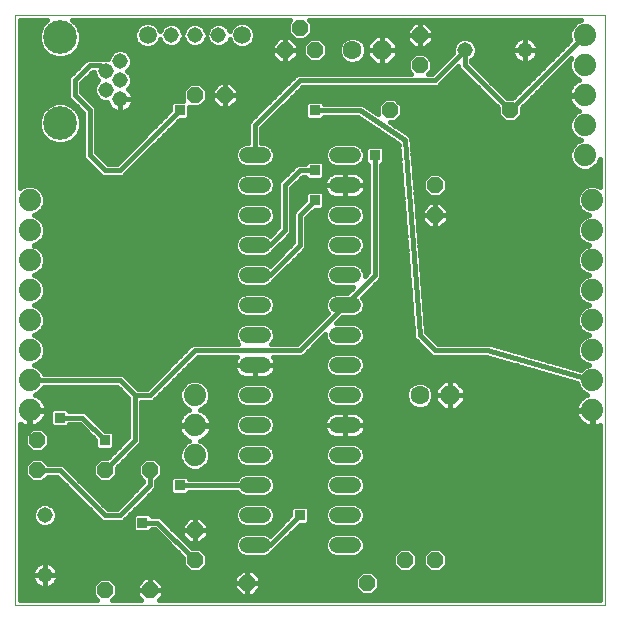
<source format=gbl>
G75*
%MOIN*%
%OFA0B0*%
%FSLAX25Y25*%
%IPPOS*%
%LPD*%
%AMOC8*
5,1,8,0,0,1.08239X$1,22.5*
%
%ADD10C,0.00000*%
%ADD11OC8,0.05200*%
%ADD12C,0.06300*%
%ADD13OC8,0.06300*%
%ADD14C,0.05150*%
%ADD15C,0.11220*%
%ADD16C,0.07400*%
%ADD17C,0.05200*%
%ADD18C,0.05937*%
%ADD19C,0.01600*%
%ADD20R,0.03562X0.03562*%
D10*
X0003000Y0001800D02*
X0003000Y0198650D01*
X0199850Y0198650D01*
X0199850Y0001800D01*
X0003000Y0001800D01*
D11*
X0033000Y0006800D03*
X0048000Y0006800D03*
X0063000Y0016800D03*
X0063000Y0026800D03*
X0080500Y0009300D03*
X0048000Y0046800D03*
X0033000Y0046800D03*
X0010500Y0046800D03*
X0010500Y0056800D03*
X0120500Y0009300D03*
X0133000Y0016800D03*
X0143000Y0016800D03*
X0143000Y0131800D03*
X0143000Y0141800D03*
X0128000Y0166800D03*
X0138000Y0181800D03*
X0138000Y0191800D03*
X0168000Y0166800D03*
X0103000Y0186800D03*
X0098000Y0194300D03*
X0093000Y0186800D03*
X0073000Y0171800D03*
X0063000Y0171800D03*
D12*
X0115500Y0186800D03*
X0138000Y0071800D03*
D13*
X0148000Y0071800D03*
X0125500Y0186800D03*
D14*
X0153000Y0186800D03*
X0173000Y0186800D03*
X0070874Y0191800D03*
X0063000Y0191800D03*
X0055126Y0191800D03*
X0038079Y0183099D03*
X0033354Y0179950D03*
X0038079Y0176800D03*
X0033354Y0173650D03*
X0038079Y0170501D03*
X0013000Y0031800D03*
X0013000Y0011800D03*
D15*
X0018000Y0162430D03*
X0018000Y0191170D03*
D16*
X0008000Y0136800D03*
X0008000Y0126800D03*
X0008000Y0116800D03*
X0008000Y0106800D03*
X0008000Y0096800D03*
X0008000Y0086800D03*
X0008000Y0076800D03*
X0008000Y0066800D03*
X0063000Y0061800D03*
X0063000Y0051800D03*
X0063000Y0071800D03*
X0193000Y0151800D03*
X0193000Y0161800D03*
X0193000Y0171800D03*
X0193000Y0181800D03*
X0193000Y0191800D03*
X0195500Y0136800D03*
X0195500Y0126800D03*
X0195500Y0116800D03*
X0195500Y0106800D03*
X0195500Y0096800D03*
X0195500Y0086800D03*
X0195500Y0076800D03*
X0195500Y0066800D03*
D17*
X0115600Y0061800D02*
X0110400Y0061800D01*
X0110400Y0051800D02*
X0115600Y0051800D01*
X0115600Y0041800D02*
X0110400Y0041800D01*
X0110400Y0031800D02*
X0115600Y0031800D01*
X0115600Y0021800D02*
X0110400Y0021800D01*
X0085600Y0021800D02*
X0080400Y0021800D01*
X0080400Y0031800D02*
X0085600Y0031800D01*
X0085600Y0041800D02*
X0080400Y0041800D01*
X0080400Y0051800D02*
X0085600Y0051800D01*
X0085600Y0061800D02*
X0080400Y0061800D01*
X0080400Y0071800D02*
X0085600Y0071800D01*
X0085600Y0081800D02*
X0080400Y0081800D01*
X0080400Y0091800D02*
X0085600Y0091800D01*
X0085600Y0101800D02*
X0080400Y0101800D01*
X0080400Y0111800D02*
X0085600Y0111800D01*
X0085600Y0121800D02*
X0080400Y0121800D01*
X0080400Y0131800D02*
X0085600Y0131800D01*
X0085600Y0141800D02*
X0080400Y0141800D01*
X0080400Y0151800D02*
X0085600Y0151800D01*
X0110400Y0151800D02*
X0115600Y0151800D01*
X0115600Y0141800D02*
X0110400Y0141800D01*
X0110400Y0131800D02*
X0115600Y0131800D01*
X0115600Y0121800D02*
X0110400Y0121800D01*
X0110400Y0111800D02*
X0115600Y0111800D01*
X0115600Y0101800D02*
X0110400Y0101800D01*
X0110400Y0091800D02*
X0115600Y0091800D01*
X0115600Y0081800D02*
X0110400Y0081800D01*
X0110400Y0071800D02*
X0115600Y0071800D01*
D18*
X0078748Y0191800D03*
X0047252Y0191800D03*
D19*
X0050456Y0188826D02*
X0052479Y0188826D01*
X0052874Y0188430D02*
X0054335Y0187825D01*
X0055917Y0187825D01*
X0057378Y0188430D01*
X0058496Y0189548D01*
X0059063Y0190918D01*
X0059630Y0189548D01*
X0060748Y0188430D01*
X0062209Y0187825D01*
X0063791Y0187825D01*
X0065252Y0188430D01*
X0066370Y0189548D01*
X0066937Y0190918D01*
X0067504Y0189548D01*
X0068622Y0188430D01*
X0070083Y0187825D01*
X0071665Y0187825D01*
X0073126Y0188430D01*
X0074244Y0189548D01*
X0074598Y0190404D01*
X0075045Y0189325D01*
X0076273Y0188097D01*
X0077879Y0187431D01*
X0079617Y0187431D01*
X0081223Y0188097D01*
X0082451Y0189325D01*
X0083117Y0190931D01*
X0083117Y0192669D01*
X0082451Y0194275D01*
X0081223Y0195503D01*
X0079617Y0196168D01*
X0077879Y0196168D01*
X0076273Y0195503D01*
X0075045Y0194275D01*
X0074598Y0193196D01*
X0074244Y0194052D01*
X0073126Y0195170D01*
X0071665Y0195775D01*
X0070083Y0195775D01*
X0068622Y0195170D01*
X0067504Y0194052D01*
X0066937Y0192682D01*
X0066370Y0194052D01*
X0065252Y0195170D01*
X0063791Y0195775D01*
X0062209Y0195775D01*
X0060748Y0195170D01*
X0059630Y0194052D01*
X0059063Y0192682D01*
X0058496Y0194052D01*
X0057378Y0195170D01*
X0055917Y0195775D01*
X0054335Y0195775D01*
X0052874Y0195170D01*
X0051756Y0194052D01*
X0051402Y0193196D01*
X0050955Y0194275D01*
X0049727Y0195503D01*
X0048121Y0196168D01*
X0046383Y0196168D01*
X0044777Y0195503D01*
X0043549Y0194275D01*
X0042883Y0192669D01*
X0042883Y0190931D01*
X0043549Y0189325D01*
X0044777Y0188097D01*
X0046383Y0187431D01*
X0048121Y0187431D01*
X0049727Y0188097D01*
X0050955Y0189325D01*
X0051402Y0190404D01*
X0051756Y0189548D01*
X0052874Y0188430D01*
X0051578Y0193621D02*
X0051226Y0193621D01*
X0050010Y0195220D02*
X0052996Y0195220D01*
X0057256Y0195220D02*
X0060870Y0195220D01*
X0059452Y0193621D02*
X0058674Y0193621D01*
X0058858Y0190424D02*
X0059268Y0190424D01*
X0060353Y0188826D02*
X0057773Y0188826D01*
X0065130Y0195220D02*
X0068744Y0195220D01*
X0067326Y0193621D02*
X0066548Y0193621D01*
X0066732Y0190424D02*
X0067142Y0190424D01*
X0068227Y0188826D02*
X0065647Y0188826D01*
X0073521Y0188826D02*
X0075544Y0188826D01*
X0074774Y0193621D02*
X0074422Y0193621D01*
X0073004Y0195220D02*
X0075990Y0195220D01*
X0081506Y0195220D02*
X0094000Y0195220D01*
X0094000Y0195957D02*
X0094000Y0192643D01*
X0096343Y0190300D01*
X0099657Y0190300D01*
X0102000Y0192643D01*
X0102000Y0195957D01*
X0101106Y0196850D01*
X0191866Y0196850D01*
X0190111Y0196124D01*
X0188676Y0194689D01*
X0187900Y0192814D01*
X0187900Y0190786D01*
X0188185Y0190097D01*
X0168889Y0170800D01*
X0167111Y0170800D01*
X0155200Y0182711D01*
X0155200Y0183409D01*
X0155252Y0183430D01*
X0156370Y0184548D01*
X0156975Y0186009D01*
X0156975Y0187591D01*
X0156370Y0189052D01*
X0155252Y0190170D01*
X0153791Y0190775D01*
X0152209Y0190775D01*
X0150748Y0190170D01*
X0149630Y0189052D01*
X0149025Y0187591D01*
X0149025Y0186009D01*
X0149047Y0185958D01*
X0142089Y0179000D01*
X0140857Y0179000D01*
X0142000Y0180143D01*
X0142000Y0183457D01*
X0139657Y0185800D01*
X0136343Y0185800D01*
X0134000Y0183457D01*
X0134000Y0180143D01*
X0135143Y0179000D01*
X0097089Y0179000D01*
X0095800Y0177711D01*
X0080800Y0162711D01*
X0080800Y0155800D01*
X0079604Y0155800D01*
X0078134Y0155191D01*
X0077009Y0154066D01*
X0076400Y0152596D01*
X0076400Y0151004D01*
X0077009Y0149534D01*
X0078134Y0148409D01*
X0079604Y0147800D01*
X0086396Y0147800D01*
X0087866Y0148409D01*
X0088991Y0149534D01*
X0089600Y0151004D01*
X0089600Y0152596D01*
X0088991Y0154066D01*
X0087866Y0155191D01*
X0086396Y0155800D01*
X0085200Y0155800D01*
X0085200Y0160889D01*
X0098911Y0174600D01*
X0143911Y0174600D01*
X0145200Y0175889D01*
X0150800Y0181489D01*
X0150800Y0180889D01*
X0164000Y0167689D01*
X0164000Y0165143D01*
X0166343Y0162800D01*
X0169657Y0162800D01*
X0172000Y0165143D01*
X0172000Y0167689D01*
X0188448Y0184136D01*
X0187900Y0182814D01*
X0187900Y0180786D01*
X0188676Y0178911D01*
X0190111Y0177476D01*
X0191237Y0177010D01*
X0190889Y0176897D01*
X0190117Y0176504D01*
X0189417Y0175995D01*
X0188805Y0175383D01*
X0188296Y0174683D01*
X0187903Y0173911D01*
X0187635Y0173088D01*
X0187500Y0172233D01*
X0187500Y0172000D01*
X0192800Y0172000D01*
X0192800Y0171600D01*
X0187500Y0171600D01*
X0187500Y0171367D01*
X0187635Y0170512D01*
X0187903Y0169689D01*
X0188296Y0168917D01*
X0188805Y0168217D01*
X0189417Y0167605D01*
X0190117Y0167096D01*
X0190889Y0166703D01*
X0191237Y0166590D01*
X0190111Y0166124D01*
X0188676Y0164689D01*
X0187900Y0162814D01*
X0187900Y0160786D01*
X0188676Y0158911D01*
X0190111Y0157476D01*
X0191744Y0156800D01*
X0190111Y0156124D01*
X0188676Y0154689D01*
X0187900Y0152814D01*
X0187900Y0150786D01*
X0188676Y0148911D01*
X0190111Y0147476D01*
X0191986Y0146700D01*
X0194014Y0146700D01*
X0195889Y0147476D01*
X0197324Y0148911D01*
X0198050Y0150666D01*
X0198050Y0141264D01*
X0196514Y0141900D01*
X0194486Y0141900D01*
X0192611Y0141124D01*
X0191176Y0139689D01*
X0190400Y0137814D01*
X0190400Y0135786D01*
X0191176Y0133911D01*
X0192611Y0132476D01*
X0194244Y0131800D01*
X0192611Y0131124D01*
X0191176Y0129689D01*
X0190400Y0127814D01*
X0190400Y0125786D01*
X0191176Y0123911D01*
X0192611Y0122476D01*
X0194244Y0121800D01*
X0192611Y0121124D01*
X0191176Y0119689D01*
X0190400Y0117814D01*
X0190400Y0115786D01*
X0191176Y0113911D01*
X0192611Y0112476D01*
X0194244Y0111800D01*
X0192611Y0111124D01*
X0191176Y0109689D01*
X0190400Y0107814D01*
X0190400Y0105786D01*
X0191176Y0103911D01*
X0192611Y0102476D01*
X0194244Y0101800D01*
X0192611Y0101124D01*
X0191176Y0099689D01*
X0190400Y0097814D01*
X0190400Y0095786D01*
X0191176Y0093911D01*
X0192611Y0092476D01*
X0194244Y0091800D01*
X0192611Y0091124D01*
X0191176Y0089689D01*
X0190400Y0087814D01*
X0190400Y0085786D01*
X0191176Y0083911D01*
X0192611Y0082476D01*
X0194244Y0081800D01*
X0192611Y0081124D01*
X0191670Y0080182D01*
X0161653Y0088759D01*
X0161411Y0089000D01*
X0160808Y0089000D01*
X0160228Y0089166D01*
X0159930Y0089000D01*
X0143911Y0089000D01*
X0140131Y0092780D01*
X0135252Y0156212D01*
X0135336Y0156338D01*
X0135183Y0157101D01*
X0135124Y0157877D01*
X0135008Y0157976D01*
X0134979Y0158125D01*
X0134331Y0158557D01*
X0133740Y0159063D01*
X0133588Y0159052D01*
X0127966Y0162800D01*
X0129657Y0162800D01*
X0132000Y0165143D01*
X0132000Y0168457D01*
X0129657Y0170800D01*
X0126343Y0170800D01*
X0124000Y0168457D01*
X0124000Y0165444D01*
X0119402Y0168510D01*
X0118911Y0169000D01*
X0118666Y0169000D01*
X0118462Y0169136D01*
X0117782Y0169000D01*
X0106181Y0169000D01*
X0106181Y0169161D01*
X0105361Y0169981D01*
X0100639Y0169981D01*
X0099819Y0169161D01*
X0099819Y0164439D01*
X0100639Y0163619D01*
X0105361Y0163619D01*
X0106181Y0164439D01*
X0106181Y0164600D01*
X0117334Y0164600D01*
X0130889Y0155564D01*
X0135800Y0091715D01*
X0135800Y0090889D01*
X0135869Y0090820D01*
X0135876Y0090723D01*
X0136504Y0090185D01*
X0140800Y0085889D01*
X0142089Y0084600D01*
X0160192Y0084600D01*
X0190400Y0075969D01*
X0190400Y0075786D01*
X0191176Y0073911D01*
X0192611Y0072476D01*
X0193737Y0072010D01*
X0193389Y0071897D01*
X0192617Y0071504D01*
X0191917Y0070995D01*
X0191305Y0070383D01*
X0190796Y0069683D01*
X0190403Y0068911D01*
X0190135Y0068088D01*
X0190000Y0067233D01*
X0190000Y0067000D01*
X0195300Y0067000D01*
X0195300Y0066600D01*
X0195700Y0066600D01*
X0195700Y0061300D01*
X0195933Y0061300D01*
X0196788Y0061435D01*
X0197611Y0061703D01*
X0198050Y0061927D01*
X0198050Y0003600D01*
X0051023Y0003600D01*
X0052400Y0004977D01*
X0052400Y0006800D01*
X0052400Y0008623D01*
X0049823Y0011200D01*
X0048000Y0011200D01*
X0048000Y0006800D01*
X0048000Y0006800D01*
X0052400Y0006800D01*
X0048000Y0006800D01*
X0048000Y0006800D01*
X0048000Y0006800D01*
X0043600Y0006800D01*
X0043600Y0008623D01*
X0046177Y0011200D01*
X0048000Y0011200D01*
X0048000Y0006800D01*
X0043600Y0006800D01*
X0043600Y0004977D01*
X0044977Y0003600D01*
X0035457Y0003600D01*
X0037000Y0005143D01*
X0037000Y0008457D01*
X0034657Y0010800D01*
X0031343Y0010800D01*
X0029000Y0008457D01*
X0029000Y0005143D01*
X0030543Y0003600D01*
X0004800Y0003600D01*
X0004800Y0062327D01*
X0005117Y0062096D01*
X0005889Y0061703D01*
X0006712Y0061435D01*
X0007567Y0061300D01*
X0007800Y0061300D01*
X0007800Y0066600D01*
X0008200Y0066600D01*
X0008200Y0067000D01*
X0013500Y0067000D01*
X0013500Y0067233D01*
X0013365Y0068088D01*
X0013097Y0068911D01*
X0012704Y0069683D01*
X0012195Y0070383D01*
X0011583Y0070995D01*
X0010883Y0071504D01*
X0010111Y0071897D01*
X0009763Y0072010D01*
X0010889Y0072476D01*
X0012324Y0073911D01*
X0012609Y0074600D01*
X0037089Y0074600D01*
X0040800Y0070889D01*
X0040800Y0057711D01*
X0033889Y0050800D01*
X0031343Y0050800D01*
X0029000Y0048457D01*
X0029000Y0045143D01*
X0031343Y0042800D01*
X0034657Y0042800D01*
X0037000Y0045143D01*
X0037000Y0047689D01*
X0045200Y0055889D01*
X0045200Y0069600D01*
X0048911Y0069600D01*
X0063911Y0084600D01*
X0076996Y0084600D01*
X0076637Y0084106D01*
X0076322Y0083489D01*
X0076108Y0082830D01*
X0076000Y0082146D01*
X0076000Y0081800D01*
X0083000Y0081800D01*
X0090000Y0081800D01*
X0090000Y0082146D01*
X0089892Y0082830D01*
X0089678Y0083489D01*
X0089363Y0084106D01*
X0089004Y0084600D01*
X0098911Y0084600D01*
X0106400Y0092089D01*
X0106400Y0091004D01*
X0107009Y0089534D01*
X0108134Y0088409D01*
X0109604Y0087800D01*
X0116396Y0087800D01*
X0117866Y0088409D01*
X0118991Y0089534D01*
X0119600Y0091004D01*
X0119600Y0092596D01*
X0118991Y0094066D01*
X0117866Y0095191D01*
X0116396Y0095800D01*
X0110111Y0095800D01*
X0112111Y0097800D01*
X0116396Y0097800D01*
X0117866Y0098409D01*
X0118991Y0099534D01*
X0119600Y0101004D01*
X0119600Y0102596D01*
X0118991Y0104066D01*
X0118684Y0104373D01*
X0123911Y0109600D01*
X0125200Y0110889D01*
X0125200Y0148619D01*
X0125361Y0148619D01*
X0126181Y0149439D01*
X0126181Y0154161D01*
X0125361Y0154981D01*
X0120639Y0154981D01*
X0119819Y0154161D01*
X0119819Y0149439D01*
X0120639Y0148619D01*
X0120800Y0148619D01*
X0120800Y0112711D01*
X0119600Y0111511D01*
X0119600Y0112596D01*
X0118991Y0114066D01*
X0117866Y0115191D01*
X0116396Y0115800D01*
X0109604Y0115800D01*
X0108134Y0115191D01*
X0107009Y0114066D01*
X0106400Y0112596D01*
X0106400Y0111004D01*
X0107009Y0109534D01*
X0108134Y0108409D01*
X0109604Y0107800D01*
X0115889Y0107800D01*
X0113889Y0105800D01*
X0109604Y0105800D01*
X0108134Y0105191D01*
X0107009Y0104066D01*
X0106400Y0102596D01*
X0106400Y0101004D01*
X0107009Y0099534D01*
X0107316Y0099227D01*
X0097089Y0089000D01*
X0088457Y0089000D01*
X0088991Y0089534D01*
X0089600Y0091004D01*
X0089600Y0092596D01*
X0088991Y0094066D01*
X0087866Y0095191D01*
X0086396Y0095800D01*
X0079604Y0095800D01*
X0078134Y0095191D01*
X0077009Y0094066D01*
X0076400Y0092596D01*
X0076400Y0091004D01*
X0077009Y0089534D01*
X0077543Y0089000D01*
X0062089Y0089000D01*
X0060800Y0087711D01*
X0047089Y0074000D01*
X0043911Y0074000D01*
X0038911Y0079000D01*
X0012609Y0079000D01*
X0012324Y0079689D01*
X0010889Y0081124D01*
X0009256Y0081800D01*
X0010889Y0082476D01*
X0012324Y0083911D01*
X0013100Y0085786D01*
X0013100Y0087814D01*
X0012324Y0089689D01*
X0010889Y0091124D01*
X0009256Y0091800D01*
X0010889Y0092476D01*
X0012324Y0093911D01*
X0013100Y0095786D01*
X0013100Y0097814D01*
X0012324Y0099689D01*
X0010889Y0101124D01*
X0009256Y0101800D01*
X0010889Y0102476D01*
X0012324Y0103911D01*
X0013100Y0105786D01*
X0013100Y0107814D01*
X0012324Y0109689D01*
X0010889Y0111124D01*
X0009256Y0111800D01*
X0010889Y0112476D01*
X0012324Y0113911D01*
X0013100Y0115786D01*
X0013100Y0117814D01*
X0012324Y0119689D01*
X0010889Y0121124D01*
X0009256Y0121800D01*
X0010889Y0122476D01*
X0012324Y0123911D01*
X0013100Y0125786D01*
X0013100Y0127814D01*
X0012324Y0129689D01*
X0010889Y0131124D01*
X0009256Y0131800D01*
X0010889Y0132476D01*
X0012324Y0133911D01*
X0013100Y0135786D01*
X0013100Y0137814D01*
X0012324Y0139689D01*
X0010889Y0141124D01*
X0009014Y0141900D01*
X0006986Y0141900D01*
X0005111Y0141124D01*
X0004800Y0140812D01*
X0004800Y0196850D01*
X0013766Y0196850D01*
X0012057Y0195141D01*
X0010990Y0192564D01*
X0010990Y0189776D01*
X0012057Y0187199D01*
X0014029Y0185227D01*
X0016606Y0184160D01*
X0019394Y0184160D01*
X0021971Y0185227D01*
X0023943Y0187199D01*
X0025010Y0189776D01*
X0025010Y0192564D01*
X0023943Y0195141D01*
X0022234Y0196850D01*
X0094894Y0196850D01*
X0094000Y0195957D01*
X0094862Y0196818D02*
X0022266Y0196818D01*
X0023864Y0195220D02*
X0044494Y0195220D01*
X0043278Y0193621D02*
X0024572Y0193621D01*
X0025010Y0192023D02*
X0042883Y0192023D01*
X0043093Y0190424D02*
X0025010Y0190424D01*
X0024617Y0188826D02*
X0044048Y0188826D01*
X0041170Y0185629D02*
X0088600Y0185629D01*
X0088600Y0184977D02*
X0091177Y0182400D01*
X0093000Y0182400D01*
X0094823Y0182400D01*
X0097400Y0184977D01*
X0097400Y0186800D01*
X0097400Y0188623D01*
X0094823Y0191200D01*
X0093000Y0191200D01*
X0093000Y0186800D01*
X0097400Y0186800D01*
X0093000Y0186800D01*
X0093000Y0186800D01*
X0093000Y0186800D01*
X0093000Y0182400D01*
X0093000Y0186800D01*
X0093000Y0186800D01*
X0093000Y0186800D01*
X0088600Y0186800D01*
X0088600Y0188623D01*
X0091177Y0191200D01*
X0093000Y0191200D01*
X0093000Y0186800D01*
X0088600Y0186800D01*
X0088600Y0184977D01*
X0089547Y0184030D02*
X0041995Y0184030D01*
X0042054Y0183890D02*
X0041448Y0185351D01*
X0040330Y0186469D01*
X0038869Y0187074D01*
X0037288Y0187074D01*
X0035827Y0186469D01*
X0034709Y0185351D01*
X0034118Y0183924D01*
X0032564Y0183924D01*
X0032512Y0183903D01*
X0032415Y0184000D01*
X0027089Y0184000D01*
X0025800Y0182711D01*
X0020800Y0177711D01*
X0020800Y0170889D01*
X0025800Y0165889D01*
X0025800Y0150889D01*
X0027089Y0149600D01*
X0032089Y0144600D01*
X0038911Y0144600D01*
X0040200Y0145889D01*
X0057930Y0163619D01*
X0060361Y0163619D01*
X0061181Y0164439D01*
X0061181Y0167962D01*
X0061343Y0167800D01*
X0064657Y0167800D01*
X0067000Y0170143D01*
X0067000Y0173457D01*
X0064657Y0175800D01*
X0061343Y0175800D01*
X0059000Y0173457D01*
X0059000Y0170143D01*
X0059162Y0169981D01*
X0055639Y0169981D01*
X0054819Y0169161D01*
X0054819Y0166730D01*
X0037089Y0149000D01*
X0033911Y0149000D01*
X0030200Y0152711D01*
X0030200Y0167711D01*
X0025200Y0172711D01*
X0025200Y0175889D01*
X0028911Y0179600D01*
X0029380Y0179600D01*
X0029380Y0179159D01*
X0029985Y0177698D01*
X0030883Y0176800D01*
X0029985Y0175902D01*
X0029380Y0174441D01*
X0029380Y0172860D01*
X0029985Y0171399D01*
X0031103Y0170281D01*
X0032564Y0169676D01*
X0033780Y0169676D01*
X0033812Y0169476D01*
X0034024Y0168821D01*
X0034337Y0168208D01*
X0034742Y0167651D01*
X0035229Y0167164D01*
X0035786Y0166759D01*
X0036399Y0166446D01*
X0037054Y0166234D01*
X0037734Y0166126D01*
X0038079Y0166126D01*
X0038423Y0166126D01*
X0039103Y0166234D01*
X0039758Y0166446D01*
X0040372Y0166759D01*
X0040929Y0167164D01*
X0041416Y0167651D01*
X0041820Y0168208D01*
X0042133Y0168821D01*
X0042346Y0169476D01*
X0042454Y0170156D01*
X0042454Y0170501D01*
X0042454Y0170845D01*
X0042346Y0171525D01*
X0042133Y0172180D01*
X0041820Y0172794D01*
X0041416Y0173351D01*
X0040929Y0173838D01*
X0040818Y0173918D01*
X0041448Y0174548D01*
X0042054Y0176009D01*
X0042054Y0177591D01*
X0041448Y0179052D01*
X0040550Y0179950D01*
X0041448Y0180848D01*
X0042054Y0182309D01*
X0042054Y0183890D01*
X0042054Y0182432D02*
X0091146Y0182432D01*
X0093000Y0182432D02*
X0093000Y0182432D01*
X0093000Y0184030D02*
X0093000Y0184030D01*
X0093000Y0185629D02*
X0093000Y0185629D01*
X0093000Y0187227D02*
X0093000Y0187227D01*
X0093000Y0188826D02*
X0093000Y0188826D01*
X0093000Y0190424D02*
X0093000Y0190424D01*
X0094620Y0192023D02*
X0083117Y0192023D01*
X0082907Y0190424D02*
X0090402Y0190424D01*
X0088803Y0188826D02*
X0081952Y0188826D01*
X0082722Y0193621D02*
X0094000Y0193621D01*
X0095598Y0190424D02*
X0096219Y0190424D01*
X0097197Y0188826D02*
X0099369Y0188826D01*
X0099000Y0188457D02*
X0099000Y0185143D01*
X0101343Y0182800D01*
X0104657Y0182800D01*
X0107000Y0185143D01*
X0107000Y0188457D01*
X0104657Y0190800D01*
X0101343Y0190800D01*
X0099000Y0188457D01*
X0099000Y0187227D02*
X0097400Y0187227D01*
X0097400Y0185629D02*
X0099000Y0185629D01*
X0100113Y0184030D02*
X0096453Y0184030D01*
X0094854Y0182432D02*
X0114156Y0182432D01*
X0114595Y0182250D02*
X0116405Y0182250D01*
X0118077Y0182943D01*
X0119357Y0184223D01*
X0120050Y0185895D01*
X0120050Y0187705D01*
X0119357Y0189377D01*
X0118077Y0190657D01*
X0116405Y0191350D01*
X0114595Y0191350D01*
X0112923Y0190657D01*
X0111643Y0189377D01*
X0110950Y0187705D01*
X0110950Y0185895D01*
X0111643Y0184223D01*
X0112923Y0182943D01*
X0114595Y0182250D01*
X0111835Y0184030D02*
X0105887Y0184030D01*
X0107000Y0185629D02*
X0111060Y0185629D01*
X0110950Y0187227D02*
X0107000Y0187227D01*
X0106631Y0188826D02*
X0111414Y0188826D01*
X0112690Y0190424D02*
X0105032Y0190424D01*
X0101380Y0192023D02*
X0133600Y0192023D01*
X0133600Y0191800D02*
X0138000Y0191800D01*
X0138000Y0191800D01*
X0138000Y0196200D01*
X0139823Y0196200D01*
X0142400Y0193623D01*
X0142400Y0191800D01*
X0138000Y0191800D01*
X0138000Y0191800D01*
X0138000Y0191800D01*
X0138000Y0196200D01*
X0136177Y0196200D01*
X0133600Y0193623D01*
X0133600Y0191800D01*
X0133600Y0189977D01*
X0136177Y0187400D01*
X0138000Y0187400D01*
X0139823Y0187400D01*
X0142400Y0189977D01*
X0142400Y0191800D01*
X0138000Y0191800D01*
X0138000Y0187400D01*
X0138000Y0191800D01*
X0138000Y0191800D01*
X0133600Y0191800D01*
X0133600Y0190424D02*
X0128876Y0190424D01*
X0127550Y0191750D02*
X0125500Y0191750D01*
X0125500Y0186800D01*
X0130450Y0186800D01*
X0130450Y0188850D01*
X0127550Y0191750D01*
X0125500Y0191750D02*
X0123450Y0191750D01*
X0120550Y0188850D01*
X0120550Y0186800D01*
X0125500Y0186800D01*
X0125500Y0186800D01*
X0125500Y0186800D01*
X0130450Y0186800D01*
X0130450Y0184750D01*
X0127550Y0181850D01*
X0125500Y0181850D01*
X0125500Y0186800D01*
X0125500Y0186800D01*
X0125500Y0186800D01*
X0125500Y0191750D01*
X0125500Y0190424D02*
X0125500Y0190424D01*
X0125500Y0188826D02*
X0125500Y0188826D01*
X0125500Y0187227D02*
X0125500Y0187227D01*
X0125500Y0186800D02*
X0120550Y0186800D01*
X0120550Y0184750D01*
X0123450Y0181850D01*
X0125500Y0181850D01*
X0125500Y0186800D01*
X0125500Y0185629D02*
X0125500Y0185629D01*
X0125500Y0184030D02*
X0125500Y0184030D01*
X0125500Y0182432D02*
X0125500Y0182432D01*
X0128132Y0182432D02*
X0134000Y0182432D01*
X0134000Y0180833D02*
X0041434Y0180833D01*
X0041265Y0179235D02*
X0134908Y0179235D01*
X0134573Y0184030D02*
X0129731Y0184030D01*
X0130450Y0185629D02*
X0136172Y0185629D01*
X0134752Y0188826D02*
X0130450Y0188826D01*
X0130450Y0187227D02*
X0149025Y0187227D01*
X0148718Y0185629D02*
X0139828Y0185629D01*
X0141427Y0184030D02*
X0147119Y0184030D01*
X0145521Y0182432D02*
X0142000Y0182432D01*
X0142000Y0180833D02*
X0143922Y0180833D01*
X0142323Y0179235D02*
X0141092Y0179235D01*
X0143000Y0176800D02*
X0098000Y0176800D01*
X0083000Y0161800D01*
X0083000Y0151800D01*
X0078294Y0155257D02*
X0049568Y0155257D01*
X0047970Y0153659D02*
X0076840Y0153659D01*
X0076400Y0152060D02*
X0046371Y0152060D01*
X0044773Y0150462D02*
X0076625Y0150462D01*
X0077680Y0148863D02*
X0043174Y0148863D01*
X0041576Y0147265D02*
X0095353Y0147265D01*
X0095800Y0147711D02*
X0090800Y0142711D01*
X0090800Y0127711D01*
X0088073Y0124984D01*
X0087866Y0125191D01*
X0086396Y0125800D01*
X0079604Y0125800D01*
X0078134Y0125191D01*
X0077009Y0124066D01*
X0076400Y0122596D01*
X0076400Y0121004D01*
X0077009Y0119534D01*
X0078134Y0118409D01*
X0079604Y0117800D01*
X0086396Y0117800D01*
X0087866Y0118409D01*
X0088991Y0119534D01*
X0089094Y0119783D01*
X0093911Y0124600D01*
X0095200Y0125889D01*
X0095200Y0140889D01*
X0098911Y0144600D01*
X0099819Y0144600D01*
X0099819Y0144439D01*
X0100639Y0143619D01*
X0105361Y0143619D01*
X0106181Y0144439D01*
X0106181Y0149161D01*
X0105361Y0149981D01*
X0100639Y0149981D01*
X0099819Y0149161D01*
X0099819Y0149000D01*
X0097089Y0149000D01*
X0095800Y0147711D01*
X0096952Y0148863D02*
X0088320Y0148863D01*
X0089375Y0150462D02*
X0106625Y0150462D01*
X0106400Y0151004D02*
X0106400Y0152596D01*
X0107009Y0154066D01*
X0108134Y0155191D01*
X0109604Y0155800D01*
X0116396Y0155800D01*
X0117866Y0155191D01*
X0118991Y0154066D01*
X0119600Y0152596D01*
X0119600Y0151004D01*
X0118991Y0149534D01*
X0117866Y0148409D01*
X0116396Y0147800D01*
X0109604Y0147800D01*
X0108134Y0148409D01*
X0107009Y0149534D01*
X0106400Y0151004D01*
X0106400Y0152060D02*
X0089600Y0152060D01*
X0089160Y0153659D02*
X0106840Y0153659D01*
X0108294Y0155257D02*
X0087706Y0155257D01*
X0085200Y0156856D02*
X0128950Y0156856D01*
X0130912Y0155257D02*
X0117706Y0155257D01*
X0119160Y0153659D02*
X0119819Y0153659D01*
X0119819Y0152060D02*
X0119600Y0152060D01*
X0119819Y0150462D02*
X0119375Y0150462D01*
X0120395Y0148863D02*
X0118320Y0148863D01*
X0120800Y0147265D02*
X0106181Y0147265D01*
X0106181Y0148863D02*
X0107680Y0148863D01*
X0109370Y0146092D02*
X0110054Y0146200D01*
X0113000Y0146200D01*
X0113000Y0141800D01*
X0113000Y0141800D01*
X0120000Y0141800D01*
X0120000Y0142146D01*
X0119892Y0142830D01*
X0119678Y0143489D01*
X0119363Y0144106D01*
X0118956Y0144666D01*
X0118466Y0145156D01*
X0117906Y0145563D01*
X0117289Y0145878D01*
X0116630Y0146092D01*
X0115946Y0146200D01*
X0113000Y0146200D01*
X0113000Y0141800D01*
X0113000Y0141800D01*
X0113000Y0137400D01*
X0115946Y0137400D01*
X0116630Y0137508D01*
X0117289Y0137722D01*
X0117906Y0138037D01*
X0118466Y0138444D01*
X0118956Y0138934D01*
X0119363Y0139494D01*
X0119678Y0140111D01*
X0119892Y0140770D01*
X0120000Y0141454D01*
X0120000Y0141800D01*
X0113000Y0141800D01*
X0113000Y0141800D01*
X0113000Y0141800D01*
X0106000Y0141800D01*
X0106000Y0142146D01*
X0106108Y0142830D01*
X0106322Y0143489D01*
X0106637Y0144106D01*
X0107044Y0144666D01*
X0107534Y0145156D01*
X0108094Y0145563D01*
X0108711Y0145878D01*
X0109370Y0146092D01*
X0108296Y0145666D02*
X0106181Y0145666D01*
X0105810Y0144068D02*
X0106617Y0144068D01*
X0106051Y0142469D02*
X0096780Y0142469D01*
X0095200Y0140870D02*
X0106092Y0140870D01*
X0106108Y0140770D02*
X0106322Y0140111D01*
X0106637Y0139494D01*
X0107044Y0138934D01*
X0107534Y0138444D01*
X0108094Y0138037D01*
X0108711Y0137722D01*
X0109370Y0137508D01*
X0110054Y0137400D01*
X0113000Y0137400D01*
X0113000Y0141800D01*
X0106000Y0141800D01*
X0106000Y0141454D01*
X0106108Y0140770D01*
X0105361Y0139981D02*
X0100639Y0139981D01*
X0099819Y0139161D01*
X0099819Y0136730D01*
X0095800Y0132711D01*
X0095800Y0122711D01*
X0088073Y0114984D01*
X0087866Y0115191D01*
X0086396Y0115800D01*
X0079604Y0115800D01*
X0078134Y0115191D01*
X0077009Y0114066D01*
X0076400Y0112596D01*
X0076400Y0111004D01*
X0077009Y0109534D01*
X0078134Y0108409D01*
X0079604Y0107800D01*
X0086396Y0107800D01*
X0087866Y0108409D01*
X0088991Y0109534D01*
X0089094Y0109783D01*
X0098911Y0119600D01*
X0100200Y0120889D01*
X0100200Y0130889D01*
X0102930Y0133619D01*
X0105361Y0133619D01*
X0106181Y0134439D01*
X0106181Y0139161D01*
X0105361Y0139981D01*
X0106070Y0139272D02*
X0106798Y0139272D01*
X0106181Y0137673D02*
X0108861Y0137673D01*
X0109604Y0135800D02*
X0108134Y0135191D01*
X0107009Y0134066D01*
X0106400Y0132596D01*
X0106400Y0131004D01*
X0107009Y0129534D01*
X0108134Y0128409D01*
X0109604Y0127800D01*
X0116396Y0127800D01*
X0117866Y0128409D01*
X0118991Y0129534D01*
X0119600Y0131004D01*
X0119600Y0132596D01*
X0118991Y0134066D01*
X0117866Y0135191D01*
X0116396Y0135800D01*
X0109604Y0135800D01*
X0107420Y0134476D02*
X0106181Y0134476D01*
X0106181Y0136075D02*
X0120800Y0136075D01*
X0120800Y0137673D02*
X0117139Y0137673D01*
X0119202Y0139272D02*
X0120800Y0139272D01*
X0120800Y0140870D02*
X0119908Y0140870D01*
X0119949Y0142469D02*
X0120800Y0142469D01*
X0120800Y0144068D02*
X0119383Y0144068D01*
X0120800Y0145666D02*
X0117704Y0145666D01*
X0113000Y0145666D02*
X0113000Y0145666D01*
X0113000Y0144068D02*
X0113000Y0144068D01*
X0113000Y0142469D02*
X0113000Y0142469D01*
X0113000Y0140870D02*
X0113000Y0140870D01*
X0113000Y0139272D02*
X0113000Y0139272D01*
X0113000Y0137673D02*
X0113000Y0137673D01*
X0118580Y0134476D02*
X0120800Y0134476D01*
X0120800Y0132878D02*
X0119483Y0132878D01*
X0119600Y0131279D02*
X0120800Y0131279D01*
X0120800Y0129681D02*
X0119052Y0129681D01*
X0120800Y0128082D02*
X0117077Y0128082D01*
X0116396Y0125800D02*
X0117866Y0125191D01*
X0118991Y0124066D01*
X0119600Y0122596D01*
X0119600Y0121004D01*
X0118991Y0119534D01*
X0117866Y0118409D01*
X0116396Y0117800D01*
X0109604Y0117800D01*
X0108134Y0118409D01*
X0107009Y0119534D01*
X0106400Y0121004D01*
X0106400Y0122596D01*
X0107009Y0124066D01*
X0108134Y0125191D01*
X0109604Y0125800D01*
X0116396Y0125800D01*
X0118171Y0124885D02*
X0120800Y0124885D01*
X0120800Y0123287D02*
X0119314Y0123287D01*
X0119600Y0121688D02*
X0120800Y0121688D01*
X0120800Y0120090D02*
X0119221Y0120090D01*
X0117948Y0118491D02*
X0120800Y0118491D01*
X0120800Y0116893D02*
X0096204Y0116893D01*
X0097803Y0118491D02*
X0108052Y0118491D01*
X0106779Y0120090D02*
X0099401Y0120090D01*
X0100200Y0121688D02*
X0106400Y0121688D01*
X0106686Y0123287D02*
X0100200Y0123287D01*
X0100200Y0124885D02*
X0107829Y0124885D01*
X0108923Y0128082D02*
X0100200Y0128082D01*
X0100200Y0126484D02*
X0120800Y0126484D01*
X0125200Y0126484D02*
X0133126Y0126484D01*
X0133003Y0128082D02*
X0125200Y0128082D01*
X0125200Y0129681D02*
X0132880Y0129681D01*
X0132757Y0131279D02*
X0125200Y0131279D01*
X0125200Y0132878D02*
X0132634Y0132878D01*
X0132511Y0134476D02*
X0125200Y0134476D01*
X0125200Y0136075D02*
X0132388Y0136075D01*
X0132265Y0137673D02*
X0125200Y0137673D01*
X0125200Y0139272D02*
X0132142Y0139272D01*
X0132019Y0140870D02*
X0125200Y0140870D01*
X0125200Y0142469D02*
X0131896Y0142469D01*
X0131773Y0144068D02*
X0125200Y0144068D01*
X0125200Y0145666D02*
X0131650Y0145666D01*
X0131527Y0147265D02*
X0125200Y0147265D01*
X0125605Y0148863D02*
X0131404Y0148863D01*
X0131281Y0150462D02*
X0126181Y0150462D01*
X0126181Y0152060D02*
X0131158Y0152060D01*
X0131035Y0153659D02*
X0126181Y0153659D01*
X0123000Y0151800D02*
X0123000Y0111800D01*
X0113000Y0101800D01*
X0098000Y0086800D01*
X0063000Y0086800D01*
X0048000Y0071800D01*
X0043000Y0071800D01*
X0043000Y0056800D01*
X0033000Y0046800D01*
X0036817Y0044960D02*
X0044183Y0044960D01*
X0044000Y0045143D02*
X0045800Y0043343D01*
X0045800Y0042711D01*
X0037089Y0034000D01*
X0033911Y0034000D01*
X0018911Y0049000D01*
X0013957Y0049000D01*
X0012157Y0050800D01*
X0008843Y0050800D01*
X0006500Y0048457D01*
X0006500Y0045143D01*
X0008843Y0042800D01*
X0012157Y0042800D01*
X0013957Y0044600D01*
X0017089Y0044600D01*
X0030800Y0030889D01*
X0032089Y0029600D01*
X0038911Y0029600D01*
X0048911Y0039600D01*
X0050200Y0040889D01*
X0050200Y0043343D01*
X0052000Y0045143D01*
X0052000Y0048457D01*
X0049657Y0050800D01*
X0046343Y0050800D01*
X0044000Y0048457D01*
X0044000Y0045143D01*
X0044000Y0046558D02*
X0037000Y0046558D01*
X0037468Y0048157D02*
X0044000Y0048157D01*
X0045298Y0049755D02*
X0039067Y0049755D01*
X0040665Y0051354D02*
X0057900Y0051354D01*
X0057900Y0050786D02*
X0058676Y0048911D01*
X0060111Y0047476D01*
X0061986Y0046700D01*
X0064014Y0046700D01*
X0065889Y0047476D01*
X0067324Y0048911D01*
X0068100Y0050786D01*
X0068100Y0052814D01*
X0067324Y0054689D01*
X0065889Y0056124D01*
X0064763Y0056590D01*
X0065111Y0056703D01*
X0065883Y0057096D01*
X0066583Y0057605D01*
X0067195Y0058217D01*
X0067704Y0058917D01*
X0068097Y0059689D01*
X0068365Y0060512D01*
X0068500Y0061367D01*
X0068500Y0061600D01*
X0063200Y0061600D01*
X0063200Y0062000D01*
X0068500Y0062000D01*
X0068500Y0062233D01*
X0068365Y0063088D01*
X0068097Y0063911D01*
X0067704Y0064683D01*
X0067195Y0065383D01*
X0066583Y0065995D01*
X0065883Y0066504D01*
X0065111Y0066897D01*
X0064763Y0067010D01*
X0065889Y0067476D01*
X0067324Y0068911D01*
X0068100Y0070786D01*
X0068100Y0072814D01*
X0067324Y0074689D01*
X0065889Y0076124D01*
X0064014Y0076900D01*
X0061986Y0076900D01*
X0060111Y0076124D01*
X0058676Y0074689D01*
X0057900Y0072814D01*
X0057900Y0070786D01*
X0058676Y0068911D01*
X0060111Y0067476D01*
X0061237Y0067010D01*
X0060889Y0066897D01*
X0060117Y0066504D01*
X0059417Y0065995D01*
X0058805Y0065383D01*
X0058296Y0064683D01*
X0057903Y0063911D01*
X0057635Y0063088D01*
X0057500Y0062233D01*
X0057500Y0062000D01*
X0062800Y0062000D01*
X0062800Y0061600D01*
X0057500Y0061600D01*
X0057500Y0061367D01*
X0057635Y0060512D01*
X0057903Y0059689D01*
X0058296Y0058917D01*
X0058805Y0058217D01*
X0059417Y0057605D01*
X0060117Y0057096D01*
X0060889Y0056703D01*
X0061237Y0056590D01*
X0060111Y0056124D01*
X0058676Y0054689D01*
X0057900Y0052814D01*
X0057900Y0050786D01*
X0058327Y0049755D02*
X0050701Y0049755D01*
X0052000Y0048157D02*
X0059431Y0048157D01*
X0060361Y0044981D02*
X0055639Y0044981D01*
X0054819Y0044161D01*
X0054819Y0039439D01*
X0055639Y0038619D01*
X0060361Y0038619D01*
X0061181Y0039439D01*
X0061181Y0039600D01*
X0076982Y0039600D01*
X0077009Y0039534D01*
X0078134Y0038409D01*
X0079604Y0037800D01*
X0086396Y0037800D01*
X0087866Y0038409D01*
X0088991Y0039534D01*
X0089600Y0041004D01*
X0089600Y0042596D01*
X0088991Y0044066D01*
X0087866Y0045191D01*
X0086396Y0045800D01*
X0079604Y0045800D01*
X0078134Y0045191D01*
X0077009Y0044066D01*
X0076982Y0044000D01*
X0061181Y0044000D01*
X0061181Y0044161D01*
X0060361Y0044981D01*
X0060382Y0044960D02*
X0077903Y0044960D01*
X0079604Y0047800D02*
X0086396Y0047800D01*
X0087866Y0048409D01*
X0088991Y0049534D01*
X0089600Y0051004D01*
X0089600Y0052596D01*
X0088991Y0054066D01*
X0087866Y0055191D01*
X0086396Y0055800D01*
X0079604Y0055800D01*
X0078134Y0055191D01*
X0077009Y0054066D01*
X0076400Y0052596D01*
X0076400Y0051004D01*
X0077009Y0049534D01*
X0078134Y0048409D01*
X0079604Y0047800D01*
X0078743Y0048157D02*
X0066569Y0048157D01*
X0067673Y0049755D02*
X0076917Y0049755D01*
X0076400Y0051354D02*
X0068100Y0051354D01*
X0068043Y0052952D02*
X0076548Y0052952D01*
X0077494Y0054551D02*
X0067381Y0054551D01*
X0065827Y0056149D02*
X0198050Y0056149D01*
X0198050Y0054551D02*
X0118506Y0054551D01*
X0118991Y0054066D02*
X0117866Y0055191D01*
X0116396Y0055800D01*
X0109604Y0055800D01*
X0108134Y0055191D01*
X0107009Y0054066D01*
X0106400Y0052596D01*
X0106400Y0051004D01*
X0107009Y0049534D01*
X0108134Y0048409D01*
X0109604Y0047800D01*
X0116396Y0047800D01*
X0117866Y0048409D01*
X0118991Y0049534D01*
X0119600Y0051004D01*
X0119600Y0052596D01*
X0118991Y0054066D01*
X0119452Y0052952D02*
X0198050Y0052952D01*
X0198050Y0051354D02*
X0119600Y0051354D01*
X0119083Y0049755D02*
X0198050Y0049755D01*
X0198050Y0048157D02*
X0117257Y0048157D01*
X0116396Y0045800D02*
X0117866Y0045191D01*
X0118991Y0044066D01*
X0119600Y0042596D01*
X0119600Y0041004D01*
X0118991Y0039534D01*
X0117866Y0038409D01*
X0116396Y0037800D01*
X0109604Y0037800D01*
X0108134Y0038409D01*
X0107009Y0039534D01*
X0106400Y0041004D01*
X0106400Y0042596D01*
X0107009Y0044066D01*
X0108134Y0045191D01*
X0109604Y0045800D01*
X0116396Y0045800D01*
X0118097Y0044960D02*
X0198050Y0044960D01*
X0198050Y0046558D02*
X0052000Y0046558D01*
X0051817Y0044960D02*
X0055618Y0044960D01*
X0054819Y0043361D02*
X0050218Y0043361D01*
X0050200Y0041763D02*
X0054819Y0041763D01*
X0054819Y0040164D02*
X0049476Y0040164D01*
X0048000Y0041800D02*
X0048000Y0046800D01*
X0045782Y0043361D02*
X0035218Y0043361D01*
X0030782Y0043361D02*
X0024550Y0043361D01*
X0026148Y0041763D02*
X0044852Y0041763D01*
X0043253Y0040164D02*
X0027747Y0040164D01*
X0029345Y0038566D02*
X0041654Y0038566D01*
X0040056Y0036967D02*
X0030944Y0036967D01*
X0032543Y0035369D02*
X0038457Y0035369D01*
X0038000Y0031800D02*
X0048000Y0041800D01*
X0047877Y0038566D02*
X0077977Y0038566D01*
X0079604Y0035800D02*
X0078134Y0035191D01*
X0077009Y0034066D01*
X0076400Y0032596D01*
X0076400Y0031004D01*
X0077009Y0029534D01*
X0078134Y0028409D01*
X0079604Y0027800D01*
X0086396Y0027800D01*
X0087866Y0028409D01*
X0088991Y0029534D01*
X0089600Y0031004D01*
X0089600Y0032596D01*
X0088991Y0034066D01*
X0087866Y0035191D01*
X0086396Y0035800D01*
X0079604Y0035800D01*
X0078563Y0035369D02*
X0044680Y0035369D01*
X0046279Y0036967D02*
X0198050Y0036967D01*
X0198050Y0035369D02*
X0117437Y0035369D01*
X0117866Y0035191D02*
X0116396Y0035800D01*
X0109604Y0035800D01*
X0108134Y0035191D01*
X0107009Y0034066D01*
X0106400Y0032596D01*
X0106400Y0031004D01*
X0107009Y0029534D01*
X0108134Y0028409D01*
X0109604Y0027800D01*
X0116396Y0027800D01*
X0117866Y0028409D01*
X0118991Y0029534D01*
X0119600Y0031004D01*
X0119600Y0032596D01*
X0118991Y0034066D01*
X0117866Y0035191D01*
X0119113Y0033770D02*
X0198050Y0033770D01*
X0198050Y0032172D02*
X0119600Y0032172D01*
X0119421Y0030573D02*
X0198050Y0030573D01*
X0198050Y0028975D02*
X0118432Y0028975D01*
X0116450Y0025778D02*
X0198050Y0025778D01*
X0198050Y0027376D02*
X0096687Y0027376D01*
X0097930Y0028619D02*
X0100361Y0028619D01*
X0101181Y0029439D01*
X0101181Y0034161D01*
X0100361Y0034981D01*
X0095639Y0034981D01*
X0094819Y0034161D01*
X0094819Y0031730D01*
X0088073Y0024984D01*
X0087866Y0025191D01*
X0086396Y0025800D01*
X0079604Y0025800D01*
X0078134Y0025191D01*
X0077009Y0024066D01*
X0076400Y0022596D01*
X0076400Y0021004D01*
X0077009Y0019534D01*
X0078134Y0018409D01*
X0079604Y0017800D01*
X0086396Y0017800D01*
X0087866Y0018409D01*
X0088991Y0019534D01*
X0089094Y0019783D01*
X0097930Y0028619D01*
X0095089Y0025778D02*
X0109550Y0025778D01*
X0109604Y0025800D02*
X0108134Y0025191D01*
X0107009Y0024066D01*
X0106400Y0022596D01*
X0106400Y0021004D01*
X0107009Y0019534D01*
X0108134Y0018409D01*
X0109604Y0017800D01*
X0116396Y0017800D01*
X0117866Y0018409D01*
X0118991Y0019534D01*
X0119600Y0021004D01*
X0119600Y0022596D01*
X0118991Y0024066D01*
X0117866Y0025191D01*
X0116396Y0025800D01*
X0109604Y0025800D01*
X0107122Y0024179D02*
X0093490Y0024179D01*
X0091892Y0022581D02*
X0106400Y0022581D01*
X0106409Y0020982D02*
X0090293Y0020982D01*
X0088840Y0019384D02*
X0107160Y0019384D01*
X0107568Y0028975D02*
X0100717Y0028975D01*
X0101181Y0030573D02*
X0106579Y0030573D01*
X0106400Y0032172D02*
X0101181Y0032172D01*
X0101181Y0033770D02*
X0106887Y0033770D01*
X0108563Y0035369D02*
X0087437Y0035369D01*
X0089113Y0033770D02*
X0094819Y0033770D01*
X0094819Y0032172D02*
X0089600Y0032172D01*
X0089421Y0030573D02*
X0093662Y0030573D01*
X0092063Y0028975D02*
X0088432Y0028975D01*
X0090465Y0027376D02*
X0067400Y0027376D01*
X0067400Y0026800D02*
X0067400Y0028623D01*
X0064823Y0031200D01*
X0063000Y0031200D01*
X0063000Y0026800D01*
X0063000Y0026800D01*
X0067400Y0026800D01*
X0063000Y0026800D01*
X0063000Y0026800D01*
X0063000Y0026800D01*
X0058600Y0026800D01*
X0058600Y0028623D01*
X0061177Y0031200D01*
X0063000Y0031200D01*
X0063000Y0026800D01*
X0063000Y0022400D01*
X0064823Y0022400D01*
X0067400Y0024977D01*
X0067400Y0026800D01*
X0067400Y0025778D02*
X0079550Y0025778D01*
X0077122Y0024179D02*
X0066602Y0024179D01*
X0065003Y0022581D02*
X0076400Y0022581D01*
X0076409Y0020982D02*
X0061929Y0020982D01*
X0062111Y0020800D02*
X0051411Y0031500D01*
X0048681Y0031500D01*
X0048681Y0031661D01*
X0047861Y0032481D01*
X0043139Y0032481D01*
X0042319Y0031661D01*
X0042319Y0026939D01*
X0043139Y0026119D01*
X0047861Y0026119D01*
X0048681Y0026939D01*
X0048681Y0027100D01*
X0049589Y0027100D01*
X0059000Y0017689D01*
X0059000Y0015143D01*
X0061343Y0012800D01*
X0064657Y0012800D01*
X0067000Y0015143D01*
X0067000Y0018457D01*
X0064657Y0020800D01*
X0062111Y0020800D01*
X0063000Y0022400D02*
X0061177Y0022400D01*
X0058600Y0024977D01*
X0058600Y0026800D01*
X0063000Y0026800D01*
X0063000Y0026800D01*
X0063000Y0022400D01*
X0063000Y0022581D02*
X0063000Y0022581D01*
X0063000Y0024179D02*
X0063000Y0024179D01*
X0063000Y0025778D02*
X0063000Y0025778D01*
X0063000Y0027376D02*
X0063000Y0027376D01*
X0063000Y0028975D02*
X0063000Y0028975D01*
X0063000Y0030573D02*
X0063000Y0030573D01*
X0065449Y0030573D02*
X0076579Y0030573D01*
X0076400Y0032172D02*
X0048170Y0032172D01*
X0050500Y0029300D02*
X0045500Y0029300D01*
X0042319Y0028975D02*
X0015796Y0028975D01*
X0015252Y0028430D02*
X0016370Y0029548D01*
X0016975Y0031009D01*
X0016975Y0032591D01*
X0016370Y0034052D01*
X0015252Y0035170D01*
X0013791Y0035775D01*
X0012209Y0035775D01*
X0010748Y0035170D01*
X0009630Y0034052D01*
X0009025Y0032591D01*
X0009025Y0031009D01*
X0009630Y0029548D01*
X0010748Y0028430D01*
X0012209Y0027825D01*
X0013791Y0027825D01*
X0015252Y0028430D01*
X0016794Y0030573D02*
X0031116Y0030573D01*
X0033000Y0031800D02*
X0038000Y0031800D01*
X0039884Y0030573D02*
X0042319Y0030573D01*
X0042830Y0032172D02*
X0041483Y0032172D01*
X0043081Y0033770D02*
X0076887Y0033770D01*
X0077568Y0028975D02*
X0067048Y0028975D01*
X0060551Y0030573D02*
X0052338Y0030573D01*
X0050500Y0029300D02*
X0063000Y0016800D01*
X0066073Y0019384D02*
X0077160Y0019384D01*
X0078677Y0013700D02*
X0076100Y0011123D01*
X0076100Y0009300D01*
X0080500Y0009300D01*
X0084900Y0009300D01*
X0084900Y0011123D01*
X0082323Y0013700D01*
X0080500Y0013700D01*
X0080500Y0009300D01*
X0080500Y0009300D01*
X0080500Y0009300D01*
X0084900Y0009300D01*
X0084900Y0007477D01*
X0082323Y0004900D01*
X0080500Y0004900D01*
X0080500Y0009300D01*
X0080500Y0009300D01*
X0080500Y0009300D01*
X0080500Y0013700D01*
X0078677Y0013700D01*
X0077967Y0012990D02*
X0064846Y0012990D01*
X0066445Y0014588D02*
X0129555Y0014588D01*
X0129000Y0015143D02*
X0131343Y0012800D01*
X0134657Y0012800D01*
X0137000Y0015143D01*
X0137000Y0018457D01*
X0134657Y0020800D01*
X0131343Y0020800D01*
X0129000Y0018457D01*
X0129000Y0015143D01*
X0129000Y0016187D02*
X0067000Y0016187D01*
X0067000Y0017785D02*
X0129000Y0017785D01*
X0129927Y0019384D02*
X0118840Y0019384D01*
X0119591Y0020982D02*
X0198050Y0020982D01*
X0198050Y0019384D02*
X0146073Y0019384D01*
X0147000Y0018457D02*
X0144657Y0020800D01*
X0141343Y0020800D01*
X0139000Y0018457D01*
X0139000Y0015143D01*
X0141343Y0012800D01*
X0144657Y0012800D01*
X0147000Y0015143D01*
X0147000Y0018457D01*
X0147000Y0017785D02*
X0198050Y0017785D01*
X0198050Y0016187D02*
X0147000Y0016187D01*
X0146445Y0014588D02*
X0198050Y0014588D01*
X0198050Y0012990D02*
X0144846Y0012990D01*
X0141154Y0012990D02*
X0134846Y0012990D01*
X0136445Y0014588D02*
X0139555Y0014588D01*
X0139000Y0016187D02*
X0137000Y0016187D01*
X0137000Y0017785D02*
X0139000Y0017785D01*
X0139927Y0019384D02*
X0136073Y0019384D01*
X0131154Y0012990D02*
X0122467Y0012990D01*
X0122157Y0013300D02*
X0118843Y0013300D01*
X0116500Y0010957D01*
X0116500Y0007643D01*
X0118843Y0005300D01*
X0122157Y0005300D01*
X0124500Y0007643D01*
X0124500Y0010957D01*
X0122157Y0013300D01*
X0124066Y0011391D02*
X0198050Y0011391D01*
X0198050Y0009793D02*
X0124500Y0009793D01*
X0124500Y0008194D02*
X0198050Y0008194D01*
X0198050Y0006596D02*
X0123452Y0006596D01*
X0117548Y0006596D02*
X0084018Y0006596D01*
X0084900Y0008194D02*
X0116500Y0008194D01*
X0116500Y0009793D02*
X0084900Y0009793D01*
X0084631Y0011391D02*
X0116934Y0011391D01*
X0118533Y0012990D02*
X0083033Y0012990D01*
X0080500Y0012990D02*
X0080500Y0012990D01*
X0080500Y0011391D02*
X0080500Y0011391D01*
X0080500Y0009793D02*
X0080500Y0009793D01*
X0080500Y0009300D02*
X0076100Y0009300D01*
X0076100Y0007477D01*
X0078677Y0004900D01*
X0080500Y0004900D01*
X0080500Y0009300D01*
X0080500Y0008194D02*
X0080500Y0008194D01*
X0080500Y0006596D02*
X0080500Y0006596D01*
X0080500Y0004997D02*
X0080500Y0004997D01*
X0082420Y0004997D02*
X0198050Y0004997D01*
X0198050Y0022581D02*
X0119600Y0022581D01*
X0118878Y0024179D02*
X0198050Y0024179D01*
X0198050Y0038566D02*
X0118023Y0038566D01*
X0119252Y0040164D02*
X0198050Y0040164D01*
X0198050Y0041763D02*
X0119600Y0041763D01*
X0119283Y0043361D02*
X0198050Y0043361D01*
X0198050Y0057748D02*
X0117339Y0057748D01*
X0117289Y0057722D02*
X0117906Y0058037D01*
X0118466Y0058444D01*
X0118956Y0058934D01*
X0119363Y0059494D01*
X0119678Y0060111D01*
X0119892Y0060770D01*
X0120000Y0061454D01*
X0120000Y0061800D01*
X0120000Y0062146D01*
X0119892Y0062830D01*
X0119678Y0063489D01*
X0119363Y0064106D01*
X0118956Y0064666D01*
X0118466Y0065156D01*
X0117906Y0065563D01*
X0117289Y0065878D01*
X0116630Y0066092D01*
X0115946Y0066200D01*
X0113000Y0066200D01*
X0113000Y0061800D01*
X0113000Y0061800D01*
X0120000Y0061800D01*
X0113000Y0061800D01*
X0113000Y0061800D01*
X0113000Y0057400D01*
X0115946Y0057400D01*
X0116630Y0057508D01*
X0117289Y0057722D01*
X0119256Y0059346D02*
X0198050Y0059346D01*
X0198050Y0060945D02*
X0119919Y0060945D01*
X0119937Y0062543D02*
X0192002Y0062543D01*
X0191917Y0062605D02*
X0192617Y0062096D01*
X0193389Y0061703D01*
X0194212Y0061435D01*
X0195067Y0061300D01*
X0195300Y0061300D01*
X0195300Y0066600D01*
X0190000Y0066600D01*
X0190000Y0066367D01*
X0190135Y0065512D01*
X0190403Y0064689D01*
X0190796Y0063917D01*
X0191305Y0063217D01*
X0191917Y0062605D01*
X0190682Y0064142D02*
X0119337Y0064142D01*
X0117558Y0065740D02*
X0190099Y0065740D01*
X0190017Y0067339D02*
X0150539Y0067339D01*
X0150050Y0066850D02*
X0152950Y0069750D01*
X0152950Y0071800D01*
X0152950Y0073850D01*
X0150050Y0076750D01*
X0148000Y0076750D01*
X0148000Y0071800D01*
X0152950Y0071800D01*
X0148000Y0071800D01*
X0148000Y0071800D01*
X0148000Y0071800D01*
X0148000Y0066850D01*
X0150050Y0066850D01*
X0148000Y0066850D02*
X0148000Y0071800D01*
X0148000Y0071800D01*
X0148000Y0071800D01*
X0143050Y0071800D01*
X0143050Y0073850D01*
X0145950Y0076750D01*
X0148000Y0076750D01*
X0148000Y0071800D01*
X0143050Y0071800D01*
X0143050Y0069750D01*
X0145950Y0066850D01*
X0148000Y0066850D01*
X0148000Y0067339D02*
X0148000Y0067339D01*
X0148000Y0068937D02*
X0148000Y0068937D01*
X0148000Y0070536D02*
X0148000Y0070536D01*
X0148000Y0072134D02*
X0148000Y0072134D01*
X0148000Y0073733D02*
X0148000Y0073733D01*
X0148000Y0075332D02*
X0148000Y0075332D01*
X0151469Y0075332D02*
X0190588Y0075332D01*
X0191354Y0073733D02*
X0152950Y0073733D01*
X0152950Y0072134D02*
X0193437Y0072134D01*
X0191458Y0070536D02*
X0152950Y0070536D01*
X0152138Y0068937D02*
X0190416Y0068937D01*
X0195300Y0065740D02*
X0195700Y0065740D01*
X0195700Y0064142D02*
X0195300Y0064142D01*
X0195300Y0062543D02*
X0195700Y0062543D01*
X0195500Y0076800D02*
X0160500Y0086800D01*
X0143000Y0086800D01*
X0138000Y0091800D01*
X0133000Y0156800D01*
X0118000Y0166800D01*
X0103000Y0166800D01*
X0099819Y0166447D02*
X0090758Y0166447D01*
X0092356Y0168045D02*
X0099819Y0168045D01*
X0100302Y0169644D02*
X0093955Y0169644D01*
X0095553Y0171242D02*
X0160447Y0171242D01*
X0162045Y0169644D02*
X0130813Y0169644D01*
X0132000Y0168045D02*
X0163644Y0168045D01*
X0164000Y0166447D02*
X0132000Y0166447D01*
X0131705Y0164848D02*
X0164295Y0164848D01*
X0165894Y0163250D02*
X0130106Y0163250D01*
X0129689Y0161651D02*
X0187900Y0161651D01*
X0188080Y0163250D02*
X0170106Y0163250D01*
X0171705Y0164848D02*
X0188836Y0164848D01*
X0190891Y0166447D02*
X0172000Y0166447D01*
X0172356Y0168045D02*
X0188977Y0168045D01*
X0187926Y0169644D02*
X0173955Y0169644D01*
X0175553Y0171242D02*
X0187520Y0171242D01*
X0187596Y0172841D02*
X0177152Y0172841D01*
X0178750Y0174439D02*
X0188172Y0174439D01*
X0189476Y0176038D02*
X0180349Y0176038D01*
X0181948Y0177636D02*
X0189951Y0177636D01*
X0188542Y0179235D02*
X0183546Y0179235D01*
X0185145Y0180833D02*
X0187900Y0180833D01*
X0187900Y0182432D02*
X0186743Y0182432D01*
X0188342Y0184030D02*
X0188404Y0184030D01*
X0185316Y0187227D02*
X0177362Y0187227D01*
X0177375Y0187144D02*
X0177267Y0187824D01*
X0177054Y0188479D01*
X0176742Y0189093D01*
X0176337Y0189650D01*
X0175850Y0190137D01*
X0175293Y0190542D01*
X0174679Y0190854D01*
X0174024Y0191067D01*
X0173344Y0191175D01*
X0173000Y0191175D01*
X0173000Y0186800D01*
X0177375Y0186800D01*
X0177375Y0187144D01*
X0177375Y0186800D02*
X0173000Y0186800D01*
X0173000Y0186800D01*
X0173000Y0186800D01*
X0173000Y0182425D01*
X0173344Y0182425D01*
X0174024Y0182533D01*
X0174679Y0182746D01*
X0175293Y0183058D01*
X0175850Y0183463D01*
X0176337Y0183950D01*
X0176742Y0184507D01*
X0177054Y0185121D01*
X0177267Y0185776D01*
X0177375Y0186456D01*
X0177375Y0186800D01*
X0177219Y0185629D02*
X0183718Y0185629D01*
X0182119Y0184030D02*
X0176395Y0184030D01*
X0173000Y0184030D02*
X0173000Y0184030D01*
X0173000Y0182432D02*
X0173000Y0182432D01*
X0173000Y0182425D02*
X0173000Y0186800D01*
X0173000Y0186800D01*
X0173000Y0186800D01*
X0168625Y0186800D01*
X0168625Y0187144D01*
X0168733Y0187824D01*
X0168946Y0188479D01*
X0169258Y0189093D01*
X0169663Y0189650D01*
X0170150Y0190137D01*
X0170707Y0190542D01*
X0171321Y0190854D01*
X0171976Y0191067D01*
X0172656Y0191175D01*
X0173000Y0191175D01*
X0173000Y0186800D01*
X0168625Y0186800D01*
X0168625Y0186456D01*
X0168733Y0185776D01*
X0168946Y0185121D01*
X0169258Y0184507D01*
X0169663Y0183950D01*
X0170150Y0183463D01*
X0170707Y0183058D01*
X0171321Y0182746D01*
X0171976Y0182533D01*
X0172656Y0182425D01*
X0173000Y0182425D01*
X0173386Y0182432D02*
X0180521Y0182432D01*
X0178922Y0180833D02*
X0157078Y0180833D01*
X0158677Y0179235D02*
X0177323Y0179235D01*
X0175725Y0177636D02*
X0160275Y0177636D01*
X0161874Y0176038D02*
X0174126Y0176038D01*
X0172528Y0174439D02*
X0163472Y0174439D01*
X0165071Y0172841D02*
X0170929Y0172841D01*
X0169331Y0171242D02*
X0166669Y0171242D01*
X0168000Y0166800D02*
X0193000Y0191800D01*
X0189207Y0195220D02*
X0140803Y0195220D01*
X0142400Y0193621D02*
X0188234Y0193621D01*
X0187900Y0192023D02*
X0142400Y0192023D01*
X0142400Y0190424D02*
X0151363Y0190424D01*
X0149537Y0188826D02*
X0141248Y0188826D01*
X0138000Y0188826D02*
X0138000Y0188826D01*
X0138000Y0190424D02*
X0138000Y0190424D01*
X0138000Y0192023D02*
X0138000Y0192023D01*
X0138000Y0193621D02*
X0138000Y0193621D01*
X0138000Y0195220D02*
X0138000Y0195220D01*
X0135197Y0195220D02*
X0102000Y0195220D01*
X0102000Y0193621D02*
X0133600Y0193621D01*
X0122124Y0190424D02*
X0118310Y0190424D01*
X0119586Y0188826D02*
X0120550Y0188826D01*
X0120550Y0187227D02*
X0120050Y0187227D01*
X0119940Y0185629D02*
X0120550Y0185629D01*
X0121269Y0184030D02*
X0119165Y0184030D01*
X0116844Y0182432D02*
X0122868Y0182432D01*
X0125187Y0169644D02*
X0105698Y0169644D01*
X0099819Y0164848D02*
X0089159Y0164848D01*
X0087561Y0163250D02*
X0119359Y0163250D01*
X0121757Y0161651D02*
X0085962Y0161651D01*
X0085200Y0160053D02*
X0124155Y0160053D01*
X0126553Y0158454D02*
X0085200Y0158454D01*
X0080800Y0158454D02*
X0052765Y0158454D01*
X0051167Y0156856D02*
X0080800Y0156856D01*
X0080800Y0160053D02*
X0054364Y0160053D01*
X0055962Y0161651D02*
X0080800Y0161651D01*
X0081338Y0163250D02*
X0057561Y0163250D01*
X0058000Y0166800D02*
X0038000Y0146800D01*
X0033000Y0146800D01*
X0028000Y0151800D01*
X0028000Y0166800D01*
X0023000Y0171800D01*
X0023000Y0176800D01*
X0028000Y0181800D01*
X0031504Y0181800D01*
X0033354Y0179950D01*
X0030046Y0177636D02*
X0026948Y0177636D01*
X0028546Y0179235D02*
X0029380Y0179235D01*
X0030120Y0176038D02*
X0025349Y0176038D01*
X0025200Y0174439D02*
X0029380Y0174439D01*
X0029387Y0172841D02*
X0025200Y0172841D01*
X0026669Y0171242D02*
X0030141Y0171242D01*
X0028268Y0169644D02*
X0033785Y0169644D01*
X0034455Y0168045D02*
X0029866Y0168045D01*
X0030200Y0166447D02*
X0036399Y0166447D01*
X0038079Y0166447D02*
X0038079Y0166447D01*
X0038079Y0166126D02*
X0038079Y0170501D01*
X0042454Y0170501D01*
X0038079Y0170501D01*
X0038079Y0170501D01*
X0038079Y0170501D01*
X0038079Y0166126D01*
X0039758Y0166447D02*
X0054535Y0166447D01*
X0054819Y0168045D02*
X0041702Y0168045D01*
X0042372Y0169644D02*
X0055302Y0169644D01*
X0059000Y0171242D02*
X0042391Y0171242D01*
X0041786Y0172841D02*
X0059000Y0172841D01*
X0059982Y0174439D02*
X0041339Y0174439D01*
X0042054Y0176038D02*
X0071015Y0176038D01*
X0071177Y0176200D02*
X0068600Y0173623D01*
X0068600Y0171800D01*
X0073000Y0171800D01*
X0077400Y0171800D01*
X0077400Y0173623D01*
X0074823Y0176200D01*
X0073000Y0176200D01*
X0073000Y0171800D01*
X0073000Y0171800D01*
X0073000Y0171800D01*
X0077400Y0171800D01*
X0077400Y0169977D01*
X0074823Y0167400D01*
X0073000Y0167400D01*
X0073000Y0171800D01*
X0073000Y0171800D01*
X0073000Y0171800D01*
X0073000Y0176200D01*
X0071177Y0176200D01*
X0073000Y0176038D02*
X0073000Y0176038D01*
X0073000Y0174439D02*
X0073000Y0174439D01*
X0073000Y0172841D02*
X0073000Y0172841D01*
X0073000Y0171800D02*
X0068600Y0171800D01*
X0068600Y0169977D01*
X0071177Y0167400D01*
X0073000Y0167400D01*
X0073000Y0171800D01*
X0073000Y0171242D02*
X0073000Y0171242D01*
X0073000Y0169644D02*
X0073000Y0169644D01*
X0073000Y0168045D02*
X0073000Y0168045D01*
X0075468Y0168045D02*
X0086134Y0168045D01*
X0084535Y0166447D02*
X0061181Y0166447D01*
X0061181Y0164848D02*
X0082937Y0164848D01*
X0087732Y0169644D02*
X0077066Y0169644D01*
X0077400Y0171242D02*
X0089331Y0171242D01*
X0090929Y0172841D02*
X0077400Y0172841D01*
X0076583Y0174439D02*
X0092528Y0174439D01*
X0094126Y0176038D02*
X0074985Y0176038D01*
X0069417Y0174439D02*
X0066018Y0174439D01*
X0067000Y0172841D02*
X0068600Y0172841D01*
X0068600Y0171242D02*
X0067000Y0171242D01*
X0066501Y0169644D02*
X0068934Y0169644D01*
X0070532Y0168045D02*
X0064902Y0168045D01*
X0052937Y0164848D02*
X0030200Y0164848D01*
X0030200Y0163250D02*
X0051338Y0163250D01*
X0049740Y0161651D02*
X0030200Y0161651D01*
X0030200Y0160053D02*
X0048141Y0160053D01*
X0046543Y0158454D02*
X0030200Y0158454D01*
X0030200Y0156856D02*
X0044944Y0156856D01*
X0043346Y0155257D02*
X0030200Y0155257D01*
X0030200Y0153659D02*
X0041747Y0153659D01*
X0040149Y0152060D02*
X0030851Y0152060D01*
X0032450Y0150462D02*
X0038550Y0150462D01*
X0039977Y0145666D02*
X0079281Y0145666D01*
X0079604Y0145800D02*
X0078134Y0145191D01*
X0077009Y0144066D01*
X0076400Y0142596D01*
X0076400Y0141004D01*
X0077009Y0139534D01*
X0078134Y0138409D01*
X0079604Y0137800D01*
X0086396Y0137800D01*
X0087866Y0138409D01*
X0088991Y0139534D01*
X0089600Y0141004D01*
X0089600Y0142596D01*
X0088991Y0144066D01*
X0087866Y0145191D01*
X0086396Y0145800D01*
X0079604Y0145800D01*
X0077011Y0144068D02*
X0004800Y0144068D01*
X0004800Y0145666D02*
X0031023Y0145666D01*
X0029424Y0147265D02*
X0004800Y0147265D01*
X0004800Y0148863D02*
X0027826Y0148863D01*
X0026227Y0150462D02*
X0004800Y0150462D01*
X0004800Y0152060D02*
X0025800Y0152060D01*
X0025800Y0153659D02*
X0004800Y0153659D01*
X0004800Y0155257D02*
X0025800Y0155257D01*
X0025800Y0156856D02*
X0022340Y0156856D01*
X0021971Y0156487D02*
X0019394Y0155420D01*
X0016606Y0155420D01*
X0014029Y0156487D01*
X0012057Y0158459D01*
X0010990Y0161035D01*
X0010990Y0163824D01*
X0012057Y0166401D01*
X0014029Y0168373D01*
X0016606Y0169440D01*
X0019394Y0169440D01*
X0021971Y0168373D01*
X0023943Y0166401D01*
X0025010Y0163824D01*
X0025010Y0161035D01*
X0023943Y0158459D01*
X0021971Y0156487D01*
X0023938Y0158454D02*
X0025800Y0158454D01*
X0025800Y0160053D02*
X0024603Y0160053D01*
X0025010Y0161651D02*
X0025800Y0161651D01*
X0025800Y0163250D02*
X0025010Y0163250D01*
X0024586Y0164848D02*
X0025800Y0164848D01*
X0025242Y0166447D02*
X0023897Y0166447D01*
X0023644Y0168045D02*
X0022299Y0168045D01*
X0022045Y0169644D02*
X0004800Y0169644D01*
X0004800Y0171242D02*
X0020800Y0171242D01*
X0020800Y0172841D02*
X0004800Y0172841D01*
X0004800Y0174439D02*
X0020800Y0174439D01*
X0020800Y0176038D02*
X0004800Y0176038D01*
X0004800Y0177636D02*
X0020800Y0177636D01*
X0022323Y0179235D02*
X0004800Y0179235D01*
X0004800Y0180833D02*
X0023922Y0180833D01*
X0025521Y0182432D02*
X0004800Y0182432D01*
X0004800Y0184030D02*
X0034162Y0184030D01*
X0034987Y0185629D02*
X0022373Y0185629D01*
X0023955Y0187227D02*
X0088600Y0187227D01*
X0095800Y0177711D02*
X0095800Y0177711D01*
X0095725Y0177636D02*
X0042035Y0177636D01*
X0038079Y0169644D02*
X0038079Y0169644D01*
X0038079Y0168045D02*
X0038079Y0168045D01*
X0025800Y0182711D02*
X0025800Y0182711D01*
X0013627Y0185629D02*
X0004800Y0185629D01*
X0004800Y0187227D02*
X0012045Y0187227D01*
X0011383Y0188826D02*
X0004800Y0188826D01*
X0004800Y0190424D02*
X0010990Y0190424D01*
X0010990Y0192023D02*
X0004800Y0192023D01*
X0004800Y0193621D02*
X0011428Y0193621D01*
X0012136Y0195220D02*
X0004800Y0195220D01*
X0004800Y0196818D02*
X0013734Y0196818D01*
X0013701Y0168045D02*
X0004800Y0168045D01*
X0004800Y0166447D02*
X0012103Y0166447D01*
X0011414Y0164848D02*
X0004800Y0164848D01*
X0004800Y0163250D02*
X0010990Y0163250D01*
X0010990Y0161651D02*
X0004800Y0161651D01*
X0004800Y0160053D02*
X0011397Y0160053D01*
X0012062Y0158454D02*
X0004800Y0158454D01*
X0004800Y0156856D02*
X0013660Y0156856D01*
X0004800Y0142469D02*
X0076400Y0142469D01*
X0076455Y0140870D02*
X0011142Y0140870D01*
X0012496Y0139272D02*
X0077271Y0139272D01*
X0078134Y0135191D02*
X0079604Y0135800D01*
X0086396Y0135800D01*
X0087866Y0135191D01*
X0088991Y0134066D01*
X0089600Y0132596D01*
X0089600Y0131004D01*
X0088991Y0129534D01*
X0087866Y0128409D01*
X0086396Y0127800D01*
X0079604Y0127800D01*
X0078134Y0128409D01*
X0077009Y0129534D01*
X0076400Y0131004D01*
X0076400Y0132596D01*
X0077009Y0134066D01*
X0078134Y0135191D01*
X0077420Y0134476D02*
X0012558Y0134476D01*
X0013100Y0136075D02*
X0090800Y0136075D01*
X0090800Y0137673D02*
X0013100Y0137673D01*
X0011290Y0132878D02*
X0076517Y0132878D01*
X0076400Y0131279D02*
X0010513Y0131279D01*
X0012327Y0129681D02*
X0076948Y0129681D01*
X0078923Y0128082D02*
X0012989Y0128082D01*
X0013100Y0126484D02*
X0089573Y0126484D01*
X0090800Y0128082D02*
X0087077Y0128082D01*
X0089052Y0129681D02*
X0090800Y0129681D01*
X0090800Y0131279D02*
X0089600Y0131279D01*
X0089483Y0132878D02*
X0090800Y0132878D01*
X0090800Y0134476D02*
X0088580Y0134476D01*
X0088729Y0139272D02*
X0090800Y0139272D01*
X0090800Y0140870D02*
X0089545Y0140870D01*
X0089600Y0142469D02*
X0090800Y0142469D01*
X0092156Y0144068D02*
X0088989Y0144068D01*
X0086719Y0145666D02*
X0093755Y0145666D01*
X0093000Y0141800D02*
X0098000Y0146800D01*
X0103000Y0146800D01*
X0100190Y0144068D02*
X0098379Y0144068D01*
X0099930Y0139272D02*
X0095200Y0139272D01*
X0095200Y0137673D02*
X0099819Y0137673D01*
X0099164Y0136075D02*
X0095200Y0136075D01*
X0095200Y0134476D02*
X0097565Y0134476D01*
X0095967Y0132878D02*
X0095200Y0132878D01*
X0095200Y0131279D02*
X0095800Y0131279D01*
X0095800Y0129681D02*
X0095200Y0129681D01*
X0095200Y0128082D02*
X0095800Y0128082D01*
X0095800Y0126484D02*
X0095200Y0126484D01*
X0095800Y0124885D02*
X0094197Y0124885D01*
X0093000Y0126800D02*
X0093000Y0141800D01*
X0098000Y0131800D02*
X0103000Y0136800D01*
X0102189Y0132878D02*
X0106517Y0132878D01*
X0106400Y0131279D02*
X0100591Y0131279D01*
X0100200Y0129681D02*
X0106948Y0129681D01*
X0098000Y0131800D02*
X0098000Y0121800D01*
X0088000Y0111800D01*
X0083000Y0111800D01*
X0078384Y0115294D02*
X0012897Y0115294D01*
X0013100Y0116893D02*
X0089982Y0116893D01*
X0091580Y0118491D02*
X0087948Y0118491D01*
X0089401Y0120090D02*
X0093179Y0120090D01*
X0094777Y0121688D02*
X0091000Y0121688D01*
X0092598Y0123287D02*
X0095800Y0123287D01*
X0093000Y0126800D02*
X0088000Y0121800D01*
X0083000Y0121800D01*
X0078052Y0118491D02*
X0012820Y0118491D01*
X0011923Y0120090D02*
X0076779Y0120090D01*
X0076400Y0121688D02*
X0009525Y0121688D01*
X0011699Y0123287D02*
X0076686Y0123287D01*
X0077829Y0124885D02*
X0012727Y0124885D01*
X0012108Y0113696D02*
X0076856Y0113696D01*
X0076400Y0112097D02*
X0009974Y0112097D01*
X0011514Y0110499D02*
X0076609Y0110499D01*
X0077643Y0108900D02*
X0012650Y0108900D01*
X0013100Y0107302D02*
X0115390Y0107302D01*
X0118952Y0104105D02*
X0134847Y0104105D01*
X0134724Y0105703D02*
X0120014Y0105703D01*
X0121613Y0107302D02*
X0134601Y0107302D01*
X0134478Y0108900D02*
X0123212Y0108900D01*
X0124810Y0110499D02*
X0134355Y0110499D01*
X0134232Y0112097D02*
X0125200Y0112097D01*
X0125200Y0113696D02*
X0134109Y0113696D01*
X0133986Y0115294D02*
X0125200Y0115294D01*
X0125200Y0116893D02*
X0133863Y0116893D01*
X0133740Y0118491D02*
X0125200Y0118491D01*
X0125200Y0120090D02*
X0133617Y0120090D01*
X0133494Y0121688D02*
X0125200Y0121688D01*
X0125200Y0123287D02*
X0133371Y0123287D01*
X0133248Y0124885D02*
X0125200Y0124885D01*
X0120800Y0115294D02*
X0117616Y0115294D01*
X0119144Y0113696D02*
X0120800Y0113696D01*
X0120186Y0112097D02*
X0119600Y0112097D01*
X0119600Y0102506D02*
X0134970Y0102506D01*
X0135093Y0100908D02*
X0119560Y0100908D01*
X0118766Y0099309D02*
X0135216Y0099309D01*
X0135339Y0097711D02*
X0112022Y0097711D01*
X0110423Y0096112D02*
X0135462Y0096112D01*
X0135585Y0094514D02*
X0118543Y0094514D01*
X0119468Y0092915D02*
X0135708Y0092915D01*
X0135800Y0091317D02*
X0119600Y0091317D01*
X0119067Y0089718D02*
X0136971Y0089718D01*
X0138569Y0088120D02*
X0117167Y0088120D01*
X0116396Y0085800D02*
X0117866Y0085191D01*
X0118991Y0084066D01*
X0119600Y0082596D01*
X0119600Y0081004D01*
X0118991Y0079534D01*
X0117866Y0078409D01*
X0116396Y0077800D01*
X0109604Y0077800D01*
X0108134Y0078409D01*
X0107009Y0079534D01*
X0106400Y0081004D01*
X0106400Y0082596D01*
X0107009Y0084066D01*
X0108134Y0085191D01*
X0109604Y0085800D01*
X0116396Y0085800D01*
X0118134Y0084923D02*
X0141766Y0084923D01*
X0140168Y0086521D02*
X0100832Y0086521D01*
X0099234Y0084923D02*
X0107866Y0084923D01*
X0106702Y0083324D02*
X0089731Y0083324D01*
X0090000Y0081800D02*
X0083000Y0081800D01*
X0083000Y0081800D01*
X0083000Y0077400D01*
X0085946Y0077400D01*
X0086630Y0077508D01*
X0087289Y0077722D01*
X0087906Y0078037D01*
X0088466Y0078444D01*
X0088956Y0078934D01*
X0089363Y0079494D01*
X0089678Y0080111D01*
X0089892Y0080770D01*
X0090000Y0081454D01*
X0090000Y0081800D01*
X0090000Y0081726D02*
X0106400Y0081726D01*
X0106763Y0080127D02*
X0089683Y0080127D01*
X0088551Y0078529D02*
X0108015Y0078529D01*
X0109604Y0075800D02*
X0108134Y0075191D01*
X0107009Y0074066D01*
X0106400Y0072596D01*
X0106400Y0071004D01*
X0107009Y0069534D01*
X0108134Y0068409D01*
X0109604Y0067800D01*
X0116396Y0067800D01*
X0117866Y0068409D01*
X0118991Y0069534D01*
X0119600Y0071004D01*
X0119600Y0072596D01*
X0118991Y0074066D01*
X0117866Y0075191D01*
X0116396Y0075800D01*
X0109604Y0075800D01*
X0108473Y0075332D02*
X0087527Y0075332D01*
X0087866Y0075191D02*
X0086396Y0075800D01*
X0079604Y0075800D01*
X0078134Y0075191D01*
X0077009Y0074066D01*
X0076400Y0072596D01*
X0076400Y0071004D01*
X0077009Y0069534D01*
X0078134Y0068409D01*
X0079604Y0067800D01*
X0086396Y0067800D01*
X0087866Y0068409D01*
X0088991Y0069534D01*
X0089600Y0071004D01*
X0089600Y0072596D01*
X0088991Y0074066D01*
X0087866Y0075191D01*
X0089129Y0073733D02*
X0106871Y0073733D01*
X0106400Y0072134D02*
X0089600Y0072134D01*
X0089406Y0070536D02*
X0106594Y0070536D01*
X0107606Y0068937D02*
X0088394Y0068937D01*
X0086539Y0065740D02*
X0108442Y0065740D01*
X0108711Y0065878D02*
X0108094Y0065563D01*
X0107534Y0065156D01*
X0107044Y0064666D01*
X0106637Y0064106D01*
X0106322Y0063489D01*
X0106108Y0062830D01*
X0106000Y0062146D01*
X0106000Y0061800D01*
X0113000Y0061800D01*
X0113000Y0061800D01*
X0113000Y0061800D01*
X0113000Y0066200D01*
X0110054Y0066200D01*
X0109370Y0066092D01*
X0108711Y0065878D01*
X0106663Y0064142D02*
X0088915Y0064142D01*
X0088991Y0064066D02*
X0087866Y0065191D01*
X0086396Y0065800D01*
X0079604Y0065800D01*
X0078134Y0065191D01*
X0077009Y0064066D01*
X0076400Y0062596D01*
X0076400Y0061004D01*
X0077009Y0059534D01*
X0078134Y0058409D01*
X0079604Y0057800D01*
X0086396Y0057800D01*
X0087866Y0058409D01*
X0088991Y0059534D01*
X0089600Y0061004D01*
X0089600Y0062596D01*
X0088991Y0064066D01*
X0089600Y0062543D02*
X0106063Y0062543D01*
X0106000Y0061800D02*
X0106000Y0061454D01*
X0106108Y0060770D01*
X0106322Y0060111D01*
X0106637Y0059494D01*
X0107044Y0058934D01*
X0107534Y0058444D01*
X0108094Y0058037D01*
X0108711Y0057722D01*
X0109370Y0057508D01*
X0110054Y0057400D01*
X0113000Y0057400D01*
X0113000Y0061800D01*
X0106000Y0061800D01*
X0106081Y0060945D02*
X0089575Y0060945D01*
X0088803Y0059346D02*
X0106744Y0059346D01*
X0108661Y0057748D02*
X0066726Y0057748D01*
X0067923Y0059346D02*
X0077197Y0059346D01*
X0076425Y0060945D02*
X0068433Y0060945D01*
X0068451Y0062543D02*
X0076400Y0062543D01*
X0077085Y0064142D02*
X0067980Y0064142D01*
X0066838Y0065740D02*
X0079461Y0065740D01*
X0077606Y0068937D02*
X0067334Y0068937D01*
X0067997Y0070536D02*
X0076594Y0070536D01*
X0076400Y0072134D02*
X0068100Y0072134D01*
X0067720Y0073733D02*
X0076871Y0073733D01*
X0078473Y0075332D02*
X0066681Y0075332D01*
X0061037Y0081726D02*
X0076000Y0081726D01*
X0076000Y0081800D02*
X0076000Y0081454D01*
X0076108Y0080770D01*
X0076322Y0080111D01*
X0076637Y0079494D01*
X0077044Y0078934D01*
X0077534Y0078444D01*
X0078094Y0078037D01*
X0078711Y0077722D01*
X0079370Y0077508D01*
X0080054Y0077400D01*
X0083000Y0077400D01*
X0083000Y0081800D01*
X0083000Y0081800D01*
X0083000Y0081800D01*
X0076000Y0081800D01*
X0076269Y0083324D02*
X0062635Y0083324D01*
X0059438Y0080127D02*
X0076317Y0080127D01*
X0077449Y0078529D02*
X0057840Y0078529D01*
X0056241Y0076930D02*
X0187037Y0076930D01*
X0186269Y0081726D02*
X0194064Y0081726D01*
X0191763Y0083324D02*
X0180674Y0083324D01*
X0181442Y0078529D02*
X0117985Y0078529D01*
X0119237Y0080127D02*
X0175847Y0080127D01*
X0175079Y0084923D02*
X0190757Y0084923D01*
X0190400Y0086521D02*
X0169484Y0086521D01*
X0170252Y0081726D02*
X0119600Y0081726D01*
X0119298Y0083324D02*
X0164658Y0083324D01*
X0163889Y0088120D02*
X0190526Y0088120D01*
X0191206Y0089718D02*
X0143193Y0089718D01*
X0141595Y0091317D02*
X0193077Y0091317D01*
X0192172Y0092915D02*
X0140121Y0092915D01*
X0139998Y0094514D02*
X0190927Y0094514D01*
X0190400Y0096112D02*
X0139875Y0096112D01*
X0139752Y0097711D02*
X0190400Y0097711D01*
X0191019Y0099309D02*
X0139629Y0099309D01*
X0139506Y0100908D02*
X0192395Y0100908D01*
X0192581Y0102506D02*
X0139383Y0102506D01*
X0139260Y0104105D02*
X0191096Y0104105D01*
X0190434Y0105703D02*
X0139137Y0105703D01*
X0139014Y0107302D02*
X0190400Y0107302D01*
X0190850Y0108900D02*
X0138891Y0108900D01*
X0138768Y0110499D02*
X0191986Y0110499D01*
X0193526Y0112097D02*
X0138645Y0112097D01*
X0138522Y0113696D02*
X0191392Y0113696D01*
X0190603Y0115294D02*
X0138399Y0115294D01*
X0138276Y0116893D02*
X0190400Y0116893D01*
X0190680Y0118491D02*
X0138153Y0118491D01*
X0138030Y0120090D02*
X0191577Y0120090D01*
X0193975Y0121688D02*
X0137907Y0121688D01*
X0137784Y0123287D02*
X0191801Y0123287D01*
X0190773Y0124885D02*
X0137661Y0124885D01*
X0137538Y0126484D02*
X0190400Y0126484D01*
X0190511Y0128082D02*
X0145505Y0128082D01*
X0144823Y0127400D02*
X0147400Y0129977D01*
X0147400Y0131800D01*
X0147400Y0133623D01*
X0144823Y0136200D01*
X0143000Y0136200D01*
X0143000Y0131800D01*
X0143000Y0131800D01*
X0147400Y0131800D01*
X0143000Y0131800D01*
X0143000Y0131800D01*
X0143000Y0131800D01*
X0138600Y0131800D01*
X0138600Y0133623D01*
X0141177Y0136200D01*
X0143000Y0136200D01*
X0143000Y0131800D01*
X0143000Y0127400D01*
X0144823Y0127400D01*
X0143000Y0127400D02*
X0143000Y0131800D01*
X0143000Y0131800D01*
X0138600Y0131800D01*
X0138600Y0129977D01*
X0141177Y0127400D01*
X0143000Y0127400D01*
X0143000Y0128082D02*
X0143000Y0128082D01*
X0143000Y0129681D02*
X0143000Y0129681D01*
X0143000Y0131279D02*
X0143000Y0131279D01*
X0143000Y0132878D02*
X0143000Y0132878D01*
X0143000Y0134476D02*
X0143000Y0134476D01*
X0143000Y0136075D02*
X0143000Y0136075D01*
X0144948Y0136075D02*
X0190400Y0136075D01*
X0190400Y0137673D02*
X0136678Y0137673D01*
X0136801Y0136075D02*
X0141052Y0136075D01*
X0141343Y0137800D02*
X0144657Y0137800D01*
X0147000Y0140143D01*
X0147000Y0143457D01*
X0144657Y0145800D01*
X0141343Y0145800D01*
X0139000Y0143457D01*
X0139000Y0140143D01*
X0141343Y0137800D01*
X0139871Y0139272D02*
X0136555Y0139272D01*
X0136432Y0140870D02*
X0139000Y0140870D01*
X0139000Y0142469D02*
X0136309Y0142469D01*
X0136186Y0144068D02*
X0139611Y0144068D01*
X0141209Y0145666D02*
X0136063Y0145666D01*
X0135940Y0147265D02*
X0190623Y0147265D01*
X0188724Y0148863D02*
X0135817Y0148863D01*
X0135694Y0150462D02*
X0188034Y0150462D01*
X0187900Y0152060D02*
X0135571Y0152060D01*
X0135448Y0153659D02*
X0188250Y0153659D01*
X0189245Y0155257D02*
X0135325Y0155257D01*
X0135232Y0156856D02*
X0191610Y0156856D01*
X0189133Y0158454D02*
X0134485Y0158454D01*
X0132087Y0160053D02*
X0188204Y0160053D01*
X0197966Y0150462D02*
X0198050Y0150462D01*
X0198050Y0148863D02*
X0197276Y0148863D01*
X0198050Y0147265D02*
X0195377Y0147265D01*
X0198050Y0145666D02*
X0144791Y0145666D01*
X0146389Y0144068D02*
X0198050Y0144068D01*
X0198050Y0142469D02*
X0147000Y0142469D01*
X0147000Y0140870D02*
X0192358Y0140870D01*
X0191004Y0139272D02*
X0146129Y0139272D01*
X0146546Y0134476D02*
X0190942Y0134476D01*
X0192210Y0132878D02*
X0147400Y0132878D01*
X0147400Y0131279D02*
X0192987Y0131279D01*
X0191173Y0129681D02*
X0147103Y0129681D01*
X0140495Y0128082D02*
X0137416Y0128082D01*
X0137293Y0129681D02*
X0138897Y0129681D01*
X0138600Y0131279D02*
X0137170Y0131279D01*
X0137047Y0132878D02*
X0138600Y0132878D01*
X0139454Y0134476D02*
X0136924Y0134476D01*
X0108384Y0115294D02*
X0094606Y0115294D01*
X0093007Y0113696D02*
X0106856Y0113696D01*
X0106400Y0112097D02*
X0091409Y0112097D01*
X0089810Y0110499D02*
X0106609Y0110499D01*
X0107643Y0108900D02*
X0088357Y0108900D01*
X0086629Y0105703D02*
X0109371Y0105703D01*
X0107048Y0104105D02*
X0088952Y0104105D01*
X0088991Y0104066D02*
X0087866Y0105191D01*
X0086396Y0105800D01*
X0079604Y0105800D01*
X0078134Y0105191D01*
X0077009Y0104066D01*
X0076400Y0102596D01*
X0076400Y0101004D01*
X0077009Y0099534D01*
X0078134Y0098409D01*
X0079604Y0097800D01*
X0086396Y0097800D01*
X0087866Y0098409D01*
X0088991Y0099534D01*
X0089600Y0101004D01*
X0089600Y0102596D01*
X0088991Y0104066D01*
X0089600Y0102506D02*
X0106400Y0102506D01*
X0106440Y0100908D02*
X0089560Y0100908D01*
X0088766Y0099309D02*
X0107234Y0099309D01*
X0105799Y0097711D02*
X0013100Y0097711D01*
X0013100Y0096112D02*
X0104201Y0096112D01*
X0102602Y0094514D02*
X0088543Y0094514D01*
X0089468Y0092915D02*
X0101004Y0092915D01*
X0099405Y0091317D02*
X0089600Y0091317D01*
X0089067Y0089718D02*
X0097807Y0089718D01*
X0102431Y0088120D02*
X0108833Y0088120D01*
X0106933Y0089718D02*
X0104029Y0089718D01*
X0105628Y0091317D02*
X0106400Y0091317D01*
X0117527Y0075332D02*
X0135097Y0075332D01*
X0135423Y0075657D02*
X0134143Y0074377D01*
X0133450Y0072705D01*
X0133450Y0070895D01*
X0134143Y0069223D01*
X0135423Y0067943D01*
X0137095Y0067250D01*
X0138905Y0067250D01*
X0140577Y0067943D01*
X0141857Y0069223D01*
X0142550Y0070895D01*
X0142550Y0072705D01*
X0141857Y0074377D01*
X0140577Y0075657D01*
X0138905Y0076350D01*
X0137095Y0076350D01*
X0135423Y0075657D01*
X0133876Y0073733D02*
X0119129Y0073733D01*
X0119600Y0072134D02*
X0133450Y0072134D01*
X0133599Y0070536D02*
X0119406Y0070536D01*
X0118394Y0068937D02*
X0134428Y0068937D01*
X0136880Y0067339D02*
X0065557Y0067339D01*
X0060443Y0067339D02*
X0045200Y0067339D01*
X0045200Y0068937D02*
X0058665Y0068937D01*
X0058003Y0070536D02*
X0049847Y0070536D01*
X0051446Y0072134D02*
X0057900Y0072134D01*
X0058280Y0073733D02*
X0053044Y0073733D01*
X0054643Y0075332D02*
X0059319Y0075332D01*
X0053216Y0080127D02*
X0011885Y0080127D01*
X0009436Y0081726D02*
X0054814Y0081726D01*
X0056413Y0083324D02*
X0011737Y0083324D01*
X0012743Y0084923D02*
X0058011Y0084923D01*
X0059610Y0086521D02*
X0013100Y0086521D01*
X0012974Y0088120D02*
X0061208Y0088120D01*
X0051617Y0078529D02*
X0039383Y0078529D01*
X0038000Y0076800D02*
X0043000Y0071800D01*
X0040800Y0070536D02*
X0012042Y0070536D01*
X0013084Y0068937D02*
X0040800Y0068937D01*
X0040800Y0067339D02*
X0020503Y0067339D01*
X0020361Y0067481D02*
X0021181Y0066661D01*
X0021181Y0066500D01*
X0026411Y0066500D01*
X0032930Y0059981D01*
X0035361Y0059981D01*
X0036181Y0059161D01*
X0036181Y0054439D01*
X0035361Y0053619D01*
X0030639Y0053619D01*
X0029819Y0054439D01*
X0029819Y0056870D01*
X0024589Y0062100D01*
X0021181Y0062100D01*
X0021181Y0061939D01*
X0020361Y0061119D01*
X0015639Y0061119D01*
X0014819Y0061939D01*
X0014819Y0066661D01*
X0015639Y0067481D01*
X0020361Y0067481D01*
X0018000Y0064300D02*
X0025500Y0064300D01*
X0033000Y0056800D01*
X0036181Y0056149D02*
X0039238Y0056149D01*
X0040800Y0057748D02*
X0036181Y0057748D01*
X0035996Y0059346D02*
X0040800Y0059346D01*
X0040800Y0060945D02*
X0031966Y0060945D01*
X0030368Y0062543D02*
X0040800Y0062543D01*
X0040800Y0064142D02*
X0028769Y0064142D01*
X0027171Y0065740D02*
X0040800Y0065740D01*
X0045200Y0065740D02*
X0059162Y0065740D01*
X0058020Y0064142D02*
X0045200Y0064142D01*
X0045200Y0062543D02*
X0057549Y0062543D01*
X0057567Y0060945D02*
X0045200Y0060945D01*
X0045200Y0059346D02*
X0058077Y0059346D01*
X0059274Y0057748D02*
X0045200Y0057748D01*
X0045200Y0056149D02*
X0060173Y0056149D01*
X0058619Y0054551D02*
X0043862Y0054551D01*
X0042264Y0052952D02*
X0057957Y0052952D01*
X0058000Y0041800D02*
X0083000Y0041800D01*
X0088023Y0038566D02*
X0107977Y0038566D01*
X0106748Y0040164D02*
X0089252Y0040164D01*
X0089600Y0041763D02*
X0106400Y0041763D01*
X0106717Y0043361D02*
X0089283Y0043361D01*
X0088097Y0044960D02*
X0107903Y0044960D01*
X0108743Y0048157D02*
X0087257Y0048157D01*
X0089083Y0049755D02*
X0106917Y0049755D01*
X0106400Y0051354D02*
X0089600Y0051354D01*
X0089452Y0052952D02*
X0106548Y0052952D01*
X0107494Y0054551D02*
X0088506Y0054551D01*
X0083000Y0078529D02*
X0083000Y0078529D01*
X0083000Y0080127D02*
X0083000Y0080127D01*
X0083000Y0081726D02*
X0083000Y0081726D01*
X0076933Y0089718D02*
X0012294Y0089718D01*
X0010423Y0091317D02*
X0076400Y0091317D01*
X0076532Y0092915D02*
X0011328Y0092915D01*
X0012573Y0094514D02*
X0077457Y0094514D01*
X0077234Y0099309D02*
X0012481Y0099309D01*
X0011105Y0100908D02*
X0076440Y0100908D01*
X0076400Y0102506D02*
X0010919Y0102506D01*
X0012404Y0104105D02*
X0077048Y0104105D01*
X0079371Y0105703D02*
X0013066Y0105703D01*
X0008000Y0076800D02*
X0038000Y0076800D01*
X0037956Y0073733D02*
X0012145Y0073733D01*
X0010063Y0072134D02*
X0039554Y0072134D01*
X0042580Y0075332D02*
X0048420Y0075332D01*
X0050019Y0076930D02*
X0040981Y0076930D01*
X0025744Y0060945D02*
X0004800Y0060945D01*
X0004800Y0059346D02*
X0007390Y0059346D01*
X0006500Y0058457D02*
X0006500Y0055143D01*
X0008843Y0052800D01*
X0012157Y0052800D01*
X0014500Y0055143D01*
X0014500Y0058457D01*
X0012157Y0060800D01*
X0008843Y0060800D01*
X0006500Y0058457D01*
X0006500Y0057748D02*
X0004800Y0057748D01*
X0004800Y0056149D02*
X0006500Y0056149D01*
X0007092Y0054551D02*
X0004800Y0054551D01*
X0004800Y0052952D02*
X0008691Y0052952D01*
X0007798Y0049755D02*
X0004800Y0049755D01*
X0004800Y0048157D02*
X0006500Y0048157D01*
X0006500Y0046558D02*
X0004800Y0046558D01*
X0004800Y0044960D02*
X0006683Y0044960D01*
X0008282Y0043361D02*
X0004800Y0043361D01*
X0004800Y0041763D02*
X0019926Y0041763D01*
X0018327Y0043361D02*
X0012718Y0043361D01*
X0010500Y0046800D02*
X0018000Y0046800D01*
X0033000Y0031800D01*
X0029517Y0032172D02*
X0016975Y0032172D01*
X0016486Y0033770D02*
X0027918Y0033770D01*
X0026320Y0035369D02*
X0014771Y0035369D01*
X0011229Y0035369D02*
X0004800Y0035369D01*
X0004800Y0036967D02*
X0024721Y0036967D01*
X0023123Y0038566D02*
X0004800Y0038566D01*
X0004800Y0040164D02*
X0021524Y0040164D01*
X0022951Y0044960D02*
X0029183Y0044960D01*
X0029000Y0046558D02*
X0021353Y0046558D01*
X0019754Y0048157D02*
X0029000Y0048157D01*
X0030298Y0049755D02*
X0013201Y0049755D01*
X0012309Y0052952D02*
X0036041Y0052952D01*
X0036181Y0054551D02*
X0037640Y0054551D01*
X0034443Y0051354D02*
X0004800Y0051354D01*
X0013908Y0054551D02*
X0029819Y0054551D01*
X0029819Y0056149D02*
X0014500Y0056149D01*
X0014500Y0057748D02*
X0028941Y0057748D01*
X0027342Y0059346D02*
X0013610Y0059346D01*
X0014819Y0062543D02*
X0011498Y0062543D01*
X0011583Y0062605D02*
X0012195Y0063217D01*
X0012704Y0063917D01*
X0013097Y0064689D01*
X0013365Y0065512D01*
X0013500Y0066367D01*
X0013500Y0066600D01*
X0008200Y0066600D01*
X0008200Y0061300D01*
X0008433Y0061300D01*
X0009288Y0061435D01*
X0010111Y0061703D01*
X0010883Y0062096D01*
X0011583Y0062605D01*
X0012818Y0064142D02*
X0014819Y0064142D01*
X0014819Y0065740D02*
X0013401Y0065740D01*
X0013483Y0067339D02*
X0015497Y0067339D01*
X0008200Y0065740D02*
X0007800Y0065740D01*
X0007800Y0064142D02*
X0008200Y0064142D01*
X0008200Y0062543D02*
X0007800Y0062543D01*
X0009514Y0033770D02*
X0004800Y0033770D01*
X0004800Y0032172D02*
X0009025Y0032172D01*
X0009206Y0030573D02*
X0004800Y0030573D01*
X0004800Y0028975D02*
X0010204Y0028975D01*
X0004800Y0027376D02*
X0042319Y0027376D01*
X0050911Y0025778D02*
X0004800Y0025778D01*
X0004800Y0024179D02*
X0052510Y0024179D01*
X0054108Y0022581D02*
X0004800Y0022581D01*
X0004800Y0020982D02*
X0055707Y0020982D01*
X0057305Y0019384D02*
X0004800Y0019384D01*
X0004800Y0017785D02*
X0058904Y0017785D01*
X0059000Y0016187D02*
X0004800Y0016187D01*
X0004800Y0014588D02*
X0009618Y0014588D01*
X0009663Y0014650D02*
X0009258Y0014093D01*
X0008946Y0013479D01*
X0008733Y0012824D01*
X0008625Y0012144D01*
X0008625Y0011800D01*
X0013000Y0011800D01*
X0013000Y0011800D01*
X0013000Y0016175D01*
X0013344Y0016175D01*
X0014024Y0016067D01*
X0014679Y0015854D01*
X0015293Y0015542D01*
X0015850Y0015137D01*
X0016337Y0014650D01*
X0016742Y0014093D01*
X0017054Y0013479D01*
X0017267Y0012824D01*
X0017375Y0012144D01*
X0017375Y0011800D01*
X0013000Y0011800D01*
X0013000Y0011800D01*
X0013000Y0011800D01*
X0013000Y0016175D01*
X0012656Y0016175D01*
X0011976Y0016067D01*
X0011321Y0015854D01*
X0010707Y0015542D01*
X0010150Y0015137D01*
X0009663Y0014650D01*
X0008787Y0012990D02*
X0004800Y0012990D01*
X0004800Y0011391D02*
X0008635Y0011391D01*
X0008625Y0011456D02*
X0008733Y0010776D01*
X0008946Y0010121D01*
X0009258Y0009507D01*
X0009663Y0008950D01*
X0010150Y0008463D01*
X0010707Y0008058D01*
X0011321Y0007746D01*
X0011976Y0007533D01*
X0012656Y0007425D01*
X0013000Y0007425D01*
X0013344Y0007425D01*
X0014024Y0007533D01*
X0014679Y0007746D01*
X0015293Y0008058D01*
X0015850Y0008463D01*
X0016337Y0008950D01*
X0016742Y0009507D01*
X0017054Y0010121D01*
X0017267Y0010776D01*
X0017375Y0011456D01*
X0017375Y0011800D01*
X0013000Y0011800D01*
X0013000Y0007425D01*
X0013000Y0011800D01*
X0013000Y0011800D01*
X0008625Y0011800D01*
X0008625Y0011456D01*
X0009113Y0009793D02*
X0004800Y0009793D01*
X0004800Y0008194D02*
X0010520Y0008194D01*
X0013000Y0008194D02*
X0013000Y0008194D01*
X0013000Y0009793D02*
X0013000Y0009793D01*
X0013000Y0011391D02*
X0013000Y0011391D01*
X0013000Y0012990D02*
X0013000Y0012990D01*
X0013000Y0014588D02*
X0013000Y0014588D01*
X0016382Y0014588D02*
X0059555Y0014588D01*
X0061154Y0012990D02*
X0017213Y0012990D01*
X0017365Y0011391D02*
X0076369Y0011391D01*
X0076100Y0009793D02*
X0051230Y0009793D01*
X0052400Y0008194D02*
X0076100Y0008194D01*
X0076982Y0006596D02*
X0052400Y0006596D01*
X0052400Y0004997D02*
X0078580Y0004997D01*
X0083000Y0021800D02*
X0088000Y0021800D01*
X0098000Y0031800D01*
X0088866Y0025778D02*
X0086450Y0025778D01*
X0060997Y0022581D02*
X0060331Y0022581D01*
X0059398Y0024179D02*
X0058732Y0024179D01*
X0058600Y0025778D02*
X0057134Y0025778D01*
X0058600Y0027376D02*
X0055535Y0027376D01*
X0053937Y0028975D02*
X0058952Y0028975D01*
X0048000Y0009793D02*
X0048000Y0009793D01*
X0048000Y0008194D02*
X0048000Y0008194D01*
X0044770Y0009793D02*
X0035664Y0009793D01*
X0037000Y0008194D02*
X0043600Y0008194D01*
X0043600Y0006596D02*
X0037000Y0006596D01*
X0036854Y0004997D02*
X0043600Y0004997D01*
X0030336Y0009793D02*
X0016887Y0009793D01*
X0015480Y0008194D02*
X0029000Y0008194D01*
X0029000Y0006596D02*
X0004800Y0006596D01*
X0004800Y0004997D02*
X0029146Y0004997D01*
X0113000Y0057748D02*
X0113000Y0057748D01*
X0113000Y0059346D02*
X0113000Y0059346D01*
X0113000Y0060945D02*
X0113000Y0060945D01*
X0113000Y0062543D02*
X0113000Y0062543D01*
X0113000Y0064142D02*
X0113000Y0064142D01*
X0113000Y0065740D02*
X0113000Y0065740D01*
X0139120Y0067339D02*
X0145461Y0067339D01*
X0143862Y0068937D02*
X0141572Y0068937D01*
X0142401Y0070536D02*
X0143050Y0070536D01*
X0143050Y0072134D02*
X0142550Y0072134D01*
X0142124Y0073733D02*
X0143050Y0073733D01*
X0144531Y0075332D02*
X0140903Y0075332D01*
X0088383Y0115294D02*
X0087616Y0115294D01*
X0122496Y0166447D02*
X0124000Y0166447D01*
X0124000Y0168045D02*
X0120098Y0168045D01*
X0098750Y0174439D02*
X0157249Y0174439D01*
X0155651Y0176038D02*
X0145349Y0176038D01*
X0145200Y0175889D02*
X0145200Y0175889D01*
X0143000Y0176800D02*
X0153000Y0186800D01*
X0153000Y0181800D01*
X0168000Y0166800D01*
X0158848Y0172841D02*
X0097152Y0172841D01*
X0099781Y0190424D02*
X0100967Y0190424D01*
X0101138Y0196818D02*
X0191789Y0196818D01*
X0188050Y0190424D02*
X0175454Y0190424D01*
X0176878Y0188826D02*
X0186915Y0188826D01*
X0173000Y0188826D02*
X0173000Y0188826D01*
X0173000Y0190424D02*
X0173000Y0190424D01*
X0170546Y0190424D02*
X0154637Y0190424D01*
X0156463Y0188826D02*
X0169122Y0188826D01*
X0168638Y0187227D02*
X0156975Y0187227D01*
X0156817Y0185629D02*
X0168781Y0185629D01*
X0169605Y0184030D02*
X0155852Y0184030D01*
X0155479Y0182432D02*
X0172614Y0182432D01*
X0173000Y0185629D02*
X0173000Y0185629D01*
X0173000Y0187227D02*
X0173000Y0187227D01*
X0154052Y0177636D02*
X0146948Y0177636D01*
X0148546Y0179235D02*
X0152454Y0179235D01*
X0150855Y0180833D02*
X0150145Y0180833D01*
X0004858Y0140870D02*
X0004800Y0140870D01*
D20*
X0058000Y0166800D03*
X0103000Y0166800D03*
X0103000Y0146800D03*
X0103000Y0136800D03*
X0123000Y0151800D03*
X0033000Y0056800D03*
X0018000Y0064300D03*
X0045500Y0029300D03*
X0058000Y0041800D03*
X0098000Y0031800D03*
M02*

</source>
